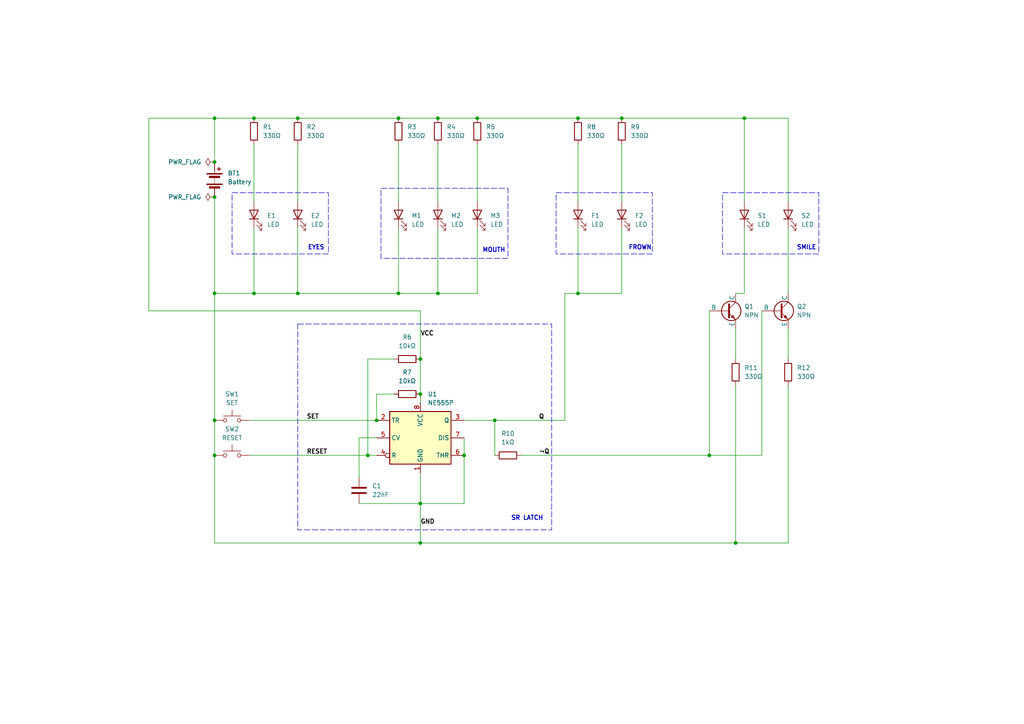
<source format=kicad_sch>
(kicad_sch
	(version 20250114)
	(generator "eeschema")
	(generator_version "9.0")
	(uuid "f2e579f3-9a0e-492e-aa3e-fd584c0ffc50")
	(paper "A4")
	(title_block
		(title "Smiley PCB")
		(date "2025-04-09")
		(comment 1 "No Code Required")
	)
	(lib_symbols
		(symbol "Device:Battery"
			(pin_numbers
				(hide yes)
			)
			(pin_names
				(offset 0)
				(hide yes)
			)
			(exclude_from_sim no)
			(in_bom yes)
			(on_board yes)
			(property "Reference" "BT"
				(at 2.54 2.54 0)
				(effects
					(font
						(size 1.27 1.27)
					)
					(justify left)
				)
			)
			(property "Value" "Battery"
				(at 2.54 0 0)
				(effects
					(font
						(size 1.27 1.27)
					)
					(justify left)
				)
			)
			(property "Footprint" ""
				(at 0 1.524 90)
				(effects
					(font
						(size 1.27 1.27)
					)
					(hide yes)
				)
			)
			(property "Datasheet" "~"
				(at 0 1.524 90)
				(effects
					(font
						(size 1.27 1.27)
					)
					(hide yes)
				)
			)
			(property "Description" "Multiple-cell battery"
				(at 0 0 0)
				(effects
					(font
						(size 1.27 1.27)
					)
					(hide yes)
				)
			)
			(property "ki_keywords" "batt voltage-source cell"
				(at 0 0 0)
				(effects
					(font
						(size 1.27 1.27)
					)
					(hide yes)
				)
			)
			(symbol "Battery_0_1"
				(rectangle
					(start -2.286 1.778)
					(end 2.286 1.524)
					(stroke
						(width 0)
						(type default)
					)
					(fill
						(type outline)
					)
				)
				(rectangle
					(start -2.286 -1.27)
					(end 2.286 -1.524)
					(stroke
						(width 0)
						(type default)
					)
					(fill
						(type outline)
					)
				)
				(rectangle
					(start -1.524 1.016)
					(end 1.524 0.508)
					(stroke
						(width 0)
						(type default)
					)
					(fill
						(type outline)
					)
				)
				(rectangle
					(start -1.524 -2.032)
					(end 1.524 -2.54)
					(stroke
						(width 0)
						(type default)
					)
					(fill
						(type outline)
					)
				)
				(polyline
					(pts
						(xy 0 1.778) (xy 0 2.54)
					)
					(stroke
						(width 0)
						(type default)
					)
					(fill
						(type none)
					)
				)
				(polyline
					(pts
						(xy 0 0) (xy 0 0.254)
					)
					(stroke
						(width 0)
						(type default)
					)
					(fill
						(type none)
					)
				)
				(polyline
					(pts
						(xy 0 -0.508) (xy 0 -0.254)
					)
					(stroke
						(width 0)
						(type default)
					)
					(fill
						(type none)
					)
				)
				(polyline
					(pts
						(xy 0 -1.016) (xy 0 -0.762)
					)
					(stroke
						(width 0)
						(type default)
					)
					(fill
						(type none)
					)
				)
				(polyline
					(pts
						(xy 0.762 3.048) (xy 1.778 3.048)
					)
					(stroke
						(width 0.254)
						(type default)
					)
					(fill
						(type none)
					)
				)
				(polyline
					(pts
						(xy 1.27 3.556) (xy 1.27 2.54)
					)
					(stroke
						(width 0.254)
						(type default)
					)
					(fill
						(type none)
					)
				)
			)
			(symbol "Battery_1_1"
				(pin passive line
					(at 0 5.08 270)
					(length 2.54)
					(name "+"
						(effects
							(font
								(size 1.27 1.27)
							)
						)
					)
					(number "1"
						(effects
							(font
								(size 1.27 1.27)
							)
						)
					)
				)
				(pin passive line
					(at 0 -5.08 90)
					(length 2.54)
					(name "-"
						(effects
							(font
								(size 1.27 1.27)
							)
						)
					)
					(number "2"
						(effects
							(font
								(size 1.27 1.27)
							)
						)
					)
				)
			)
			(embedded_fonts no)
		)
		(symbol "Device:C"
			(pin_numbers
				(hide yes)
			)
			(pin_names
				(offset 0.254)
			)
			(exclude_from_sim no)
			(in_bom yes)
			(on_board yes)
			(property "Reference" "C"
				(at 0.635 2.54 0)
				(effects
					(font
						(size 1.27 1.27)
					)
					(justify left)
				)
			)
			(property "Value" "C"
				(at 0.635 -2.54 0)
				(effects
					(font
						(size 1.27 1.27)
					)
					(justify left)
				)
			)
			(property "Footprint" ""
				(at 0.9652 -3.81 0)
				(effects
					(font
						(size 1.27 1.27)
					)
					(hide yes)
				)
			)
			(property "Datasheet" "~"
				(at 0 0 0)
				(effects
					(font
						(size 1.27 1.27)
					)
					(hide yes)
				)
			)
			(property "Description" "Unpolarized capacitor"
				(at 0 0 0)
				(effects
					(font
						(size 1.27 1.27)
					)
					(hide yes)
				)
			)
			(property "ki_keywords" "cap capacitor"
				(at 0 0 0)
				(effects
					(font
						(size 1.27 1.27)
					)
					(hide yes)
				)
			)
			(property "ki_fp_filters" "C_*"
				(at 0 0 0)
				(effects
					(font
						(size 1.27 1.27)
					)
					(hide yes)
				)
			)
			(symbol "C_0_1"
				(polyline
					(pts
						(xy -2.032 0.762) (xy 2.032 0.762)
					)
					(stroke
						(width 0.508)
						(type default)
					)
					(fill
						(type none)
					)
				)
				(polyline
					(pts
						(xy -2.032 -0.762) (xy 2.032 -0.762)
					)
					(stroke
						(width 0.508)
						(type default)
					)
					(fill
						(type none)
					)
				)
			)
			(symbol "C_1_1"
				(pin passive line
					(at 0 3.81 270)
					(length 2.794)
					(name "~"
						(effects
							(font
								(size 1.27 1.27)
							)
						)
					)
					(number "1"
						(effects
							(font
								(size 1.27 1.27)
							)
						)
					)
				)
				(pin passive line
					(at 0 -3.81 90)
					(length 2.794)
					(name "~"
						(effects
							(font
								(size 1.27 1.27)
							)
						)
					)
					(number "2"
						(effects
							(font
								(size 1.27 1.27)
							)
						)
					)
				)
			)
			(embedded_fonts no)
		)
		(symbol "Device:LED"
			(pin_numbers
				(hide yes)
			)
			(pin_names
				(offset 1.016)
				(hide yes)
			)
			(exclude_from_sim no)
			(in_bom yes)
			(on_board yes)
			(property "Reference" "D"
				(at 0 2.54 0)
				(effects
					(font
						(size 1.27 1.27)
					)
				)
			)
			(property "Value" "LED"
				(at 0 -2.54 0)
				(effects
					(font
						(size 1.27 1.27)
					)
				)
			)
			(property "Footprint" ""
				(at 0 0 0)
				(effects
					(font
						(size 1.27 1.27)
					)
					(hide yes)
				)
			)
			(property "Datasheet" "~"
				(at 0 0 0)
				(effects
					(font
						(size 1.27 1.27)
					)
					(hide yes)
				)
			)
			(property "Description" "Light emitting diode"
				(at 0 0 0)
				(effects
					(font
						(size 1.27 1.27)
					)
					(hide yes)
				)
			)
			(property "Sim.Pins" "1=K 2=A"
				(at 0 0 0)
				(effects
					(font
						(size 1.27 1.27)
					)
					(hide yes)
				)
			)
			(property "ki_keywords" "LED diode"
				(at 0 0 0)
				(effects
					(font
						(size 1.27 1.27)
					)
					(hide yes)
				)
			)
			(property "ki_fp_filters" "LED* LED_SMD:* LED_THT:*"
				(at 0 0 0)
				(effects
					(font
						(size 1.27 1.27)
					)
					(hide yes)
				)
			)
			(symbol "LED_0_1"
				(polyline
					(pts
						(xy -3.048 -0.762) (xy -4.572 -2.286) (xy -3.81 -2.286) (xy -4.572 -2.286) (xy -4.572 -1.524)
					)
					(stroke
						(width 0)
						(type default)
					)
					(fill
						(type none)
					)
				)
				(polyline
					(pts
						(xy -1.778 -0.762) (xy -3.302 -2.286) (xy -2.54 -2.286) (xy -3.302 -2.286) (xy -3.302 -1.524)
					)
					(stroke
						(width 0)
						(type default)
					)
					(fill
						(type none)
					)
				)
				(polyline
					(pts
						(xy -1.27 0) (xy 1.27 0)
					)
					(stroke
						(width 0)
						(type default)
					)
					(fill
						(type none)
					)
				)
				(polyline
					(pts
						(xy -1.27 -1.27) (xy -1.27 1.27)
					)
					(stroke
						(width 0.254)
						(type default)
					)
					(fill
						(type none)
					)
				)
				(polyline
					(pts
						(xy 1.27 -1.27) (xy 1.27 1.27) (xy -1.27 0) (xy 1.27 -1.27)
					)
					(stroke
						(width 0.254)
						(type default)
					)
					(fill
						(type none)
					)
				)
			)
			(symbol "LED_1_1"
				(pin passive line
					(at -3.81 0 0)
					(length 2.54)
					(name "K"
						(effects
							(font
								(size 1.27 1.27)
							)
						)
					)
					(number "1"
						(effects
							(font
								(size 1.27 1.27)
							)
						)
					)
				)
				(pin passive line
					(at 3.81 0 180)
					(length 2.54)
					(name "A"
						(effects
							(font
								(size 1.27 1.27)
							)
						)
					)
					(number "2"
						(effects
							(font
								(size 1.27 1.27)
							)
						)
					)
				)
			)
			(embedded_fonts no)
		)
		(symbol "Device:R"
			(pin_numbers
				(hide yes)
			)
			(pin_names
				(offset 0)
			)
			(exclude_from_sim no)
			(in_bom yes)
			(on_board yes)
			(property "Reference" "R"
				(at 2.032 0 90)
				(effects
					(font
						(size 1.27 1.27)
					)
				)
			)
			(property "Value" "R"
				(at 0 0 90)
				(effects
					(font
						(size 1.27 1.27)
					)
				)
			)
			(property "Footprint" ""
				(at -1.778 0 90)
				(effects
					(font
						(size 1.27 1.27)
					)
					(hide yes)
				)
			)
			(property "Datasheet" "~"
				(at 0 0 0)
				(effects
					(font
						(size 1.27 1.27)
					)
					(hide yes)
				)
			)
			(property "Description" "Resistor"
				(at 0 0 0)
				(effects
					(font
						(size 1.27 1.27)
					)
					(hide yes)
				)
			)
			(property "ki_keywords" "R res resistor"
				(at 0 0 0)
				(effects
					(font
						(size 1.27 1.27)
					)
					(hide yes)
				)
			)
			(property "ki_fp_filters" "R_*"
				(at 0 0 0)
				(effects
					(font
						(size 1.27 1.27)
					)
					(hide yes)
				)
			)
			(symbol "R_0_1"
				(rectangle
					(start -1.016 -2.54)
					(end 1.016 2.54)
					(stroke
						(width 0.254)
						(type default)
					)
					(fill
						(type none)
					)
				)
			)
			(symbol "R_1_1"
				(pin passive line
					(at 0 3.81 270)
					(length 1.27)
					(name "~"
						(effects
							(font
								(size 1.27 1.27)
							)
						)
					)
					(number "1"
						(effects
							(font
								(size 1.27 1.27)
							)
						)
					)
				)
				(pin passive line
					(at 0 -3.81 90)
					(length 1.27)
					(name "~"
						(effects
							(font
								(size 1.27 1.27)
							)
						)
					)
					(number "2"
						(effects
							(font
								(size 1.27 1.27)
							)
						)
					)
				)
			)
			(embedded_fonts no)
		)
		(symbol "NPN_1"
			(pin_numbers
				(hide yes)
			)
			(pin_names
				(offset 0)
			)
			(exclude_from_sim no)
			(in_bom yes)
			(on_board yes)
			(property "Reference" "Q"
				(at -2.54 7.62 0)
				(effects
					(font
						(size 1.27 1.27)
					)
				)
			)
			(property "Value" "NPN"
				(at -2.54 5.08 0)
				(effects
					(font
						(size 1.27 1.27)
					)
				)
			)
			(property "Footprint" ""
				(at 63.5 0 0)
				(effects
					(font
						(size 1.27 1.27)
					)
					(hide yes)
				)
			)
			(property "Datasheet" "https://ngspice.sourceforge.io/docs/ngspice-html-manual/manual.xhtml#cha_BJTs"
				(at 63.5 0 0)
				(effects
					(font
						(size 1.27 1.27)
					)
					(hide yes)
				)
			)
			(property "Description" "Bipolar transistor symbol for simulation only, substrate tied to the emitter"
				(at 0 0 0)
				(effects
					(font
						(size 1.27 1.27)
					)
					(hide yes)
				)
			)
			(property "Sim.Device" "NPN"
				(at 0 0 0)
				(effects
					(font
						(size 1.27 1.27)
					)
					(hide yes)
				)
			)
			(property "Sim.Type" "GUMMELPOON"
				(at 0 0 0)
				(effects
					(font
						(size 1.27 1.27)
					)
					(hide yes)
				)
			)
			(property "Sim.Pins" "1=C 2=B 3=E"
				(at 0 0 0)
				(effects
					(font
						(size 1.27 1.27)
					)
					(hide yes)
				)
			)
			(property "ki_keywords" "simulation"
				(at 0 0 0)
				(effects
					(font
						(size 1.27 1.27)
					)
					(hide yes)
				)
			)
			(symbol "NPN_1_0_1"
				(polyline
					(pts
						(xy -2.54 0) (xy 0.635 0)
					)
					(stroke
						(width 0.1524)
						(type default)
					)
					(fill
						(type none)
					)
				)
				(polyline
					(pts
						(xy 0.635 1.905) (xy 0.635 -1.905) (xy 0.635 -1.905)
					)
					(stroke
						(width 0.508)
						(type default)
					)
					(fill
						(type none)
					)
				)
				(polyline
					(pts
						(xy 0.635 0.635) (xy 2.54 2.54)
					)
					(stroke
						(width 0)
						(type default)
					)
					(fill
						(type none)
					)
				)
				(polyline
					(pts
						(xy 0.635 -0.635) (xy 2.54 -2.54) (xy 2.54 -2.54)
					)
					(stroke
						(width 0)
						(type default)
					)
					(fill
						(type none)
					)
				)
				(circle
					(center 1.27 0)
					(radius 2.8194)
					(stroke
						(width 0.254)
						(type default)
					)
					(fill
						(type none)
					)
				)
				(polyline
					(pts
						(xy 1.27 -1.778) (xy 1.778 -1.27) (xy 2.286 -2.286) (xy 1.27 -1.778) (xy 1.27 -1.778)
					)
					(stroke
						(width 0)
						(type default)
					)
					(fill
						(type outline)
					)
				)
				(polyline
					(pts
						(xy 2.794 -1.27) (xy 2.794 -1.27)
					)
					(stroke
						(width 0.1524)
						(type default)
					)
					(fill
						(type none)
					)
				)
				(polyline
					(pts
						(xy 2.794 -1.27) (xy 2.794 -1.27)
					)
					(stroke
						(width 0.1524)
						(type default)
					)
					(fill
						(type none)
					)
				)
			)
			(symbol "NPN_1_1_1"
				(pin input line
					(at -5.08 0 0)
					(length 2.54)
					(name "B"
						(effects
							(font
								(size 1.27 1.27)
							)
						)
					)
					(number "2"
						(effects
							(font
								(size 1.27 1.27)
							)
						)
					)
				)
				(pin open_collector line
					(at 2.54 5.08 270)
					(length 2.54)
					(name "C"
						(effects
							(font
								(size 1.27 1.27)
							)
						)
					)
					(number "1"
						(effects
							(font
								(size 1.27 1.27)
							)
						)
					)
				)
				(pin open_emitter line
					(at 2.54 -5.08 90)
					(length 2.54)
					(name "E"
						(effects
							(font
								(size 1.27 1.27)
							)
						)
					)
					(number "3"
						(effects
							(font
								(size 1.27 1.27)
							)
						)
					)
				)
			)
			(embedded_fonts no)
		)
		(symbol "Simulation_SPICE:NPN"
			(pin_numbers
				(hide yes)
			)
			(pin_names
				(offset 0)
			)
			(exclude_from_sim no)
			(in_bom yes)
			(on_board yes)
			(property "Reference" "Q"
				(at -2.54 7.62 0)
				(effects
					(font
						(size 1.27 1.27)
					)
				)
			)
			(property "Value" "NPN"
				(at -2.54 5.08 0)
				(effects
					(font
						(size 1.27 1.27)
					)
				)
			)
			(property "Footprint" ""
				(at 63.5 0 0)
				(effects
					(font
						(size 1.27 1.27)
					)
					(hide yes)
				)
			)
			(property "Datasheet" "https://ngspice.sourceforge.io/docs/ngspice-html-manual/manual.xhtml#cha_BJTs"
				(at 63.5 0 0)
				(effects
					(font
						(size 1.27 1.27)
					)
					(hide yes)
				)
			)
			(property "Description" "Bipolar transistor symbol for simulation only, substrate tied to the emitter"
				(at 0 0 0)
				(effects
					(font
						(size 1.27 1.27)
					)
					(hide yes)
				)
			)
			(property "Sim.Device" "NPN"
				(at 0 0 0)
				(effects
					(font
						(size 1.27 1.27)
					)
					(hide yes)
				)
			)
			(property "Sim.Type" "GUMMELPOON"
				(at 0 0 0)
				(effects
					(font
						(size 1.27 1.27)
					)
					(hide yes)
				)
			)
			(property "Sim.Pins" "1=C 2=B 3=E"
				(at 0 0 0)
				(effects
					(font
						(size 1.27 1.27)
					)
					(hide yes)
				)
			)
			(property "ki_keywords" "simulation"
				(at 0 0 0)
				(effects
					(font
						(size 1.27 1.27)
					)
					(hide yes)
				)
			)
			(symbol "NPN_0_1"
				(polyline
					(pts
						(xy -2.54 0) (xy 0.635 0)
					)
					(stroke
						(width 0.1524)
						(type default)
					)
					(fill
						(type none)
					)
				)
				(polyline
					(pts
						(xy 0.635 1.905) (xy 0.635 -1.905) (xy 0.635 -1.905)
					)
					(stroke
						(width 0.508)
						(type default)
					)
					(fill
						(type none)
					)
				)
				(polyline
					(pts
						(xy 0.635 0.635) (xy 2.54 2.54)
					)
					(stroke
						(width 0)
						(type default)
					)
					(fill
						(type none)
					)
				)
				(polyline
					(pts
						(xy 0.635 -0.635) (xy 2.54 -2.54) (xy 2.54 -2.54)
					)
					(stroke
						(width 0)
						(type default)
					)
					(fill
						(type none)
					)
				)
				(circle
					(center 1.27 0)
					(radius 2.8194)
					(stroke
						(width 0.254)
						(type default)
					)
					(fill
						(type none)
					)
				)
				(polyline
					(pts
						(xy 1.27 -1.778) (xy 1.778 -1.27) (xy 2.286 -2.286) (xy 1.27 -1.778) (xy 1.27 -1.778)
					)
					(stroke
						(width 0)
						(type default)
					)
					(fill
						(type outline)
					)
				)
				(polyline
					(pts
						(xy 2.794 -1.27) (xy 2.794 -1.27)
					)
					(stroke
						(width 0.1524)
						(type default)
					)
					(fill
						(type none)
					)
				)
				(polyline
					(pts
						(xy 2.794 -1.27) (xy 2.794 -1.27)
					)
					(stroke
						(width 0.1524)
						(type default)
					)
					(fill
						(type none)
					)
				)
			)
			(symbol "NPN_1_1"
				(pin input line
					(at -5.08 0 0)
					(length 2.54)
					(name "B"
						(effects
							(font
								(size 1.27 1.27)
							)
						)
					)
					(number "2"
						(effects
							(font
								(size 1.27 1.27)
							)
						)
					)
				)
				(pin open_collector line
					(at 2.54 5.08 270)
					(length 2.54)
					(name "C"
						(effects
							(font
								(size 1.27 1.27)
							)
						)
					)
					(number "1"
						(effects
							(font
								(size 1.27 1.27)
							)
						)
					)
				)
				(pin open_emitter line
					(at 2.54 -5.08 90)
					(length 2.54)
					(name "E"
						(effects
							(font
								(size 1.27 1.27)
							)
						)
					)
					(number "3"
						(effects
							(font
								(size 1.27 1.27)
							)
						)
					)
				)
			)
			(embedded_fonts no)
		)
		(symbol "Switch:SW_Push"
			(pin_numbers
				(hide yes)
			)
			(pin_names
				(offset 1.016)
				(hide yes)
			)
			(exclude_from_sim no)
			(in_bom yes)
			(on_board yes)
			(property "Reference" "SW"
				(at 1.27 2.54 0)
				(effects
					(font
						(size 1.27 1.27)
					)
					(justify left)
				)
			)
			(property "Value" "SW_Push"
				(at 0 -1.524 0)
				(effects
					(font
						(size 1.27 1.27)
					)
				)
			)
			(property "Footprint" ""
				(at 0 5.08 0)
				(effects
					(font
						(size 1.27 1.27)
					)
					(hide yes)
				)
			)
			(property "Datasheet" "~"
				(at 0 5.08 0)
				(effects
					(font
						(size 1.27 1.27)
					)
					(hide yes)
				)
			)
			(property "Description" "Push button switch, generic, two pins"
				(at 0 0 0)
				(effects
					(font
						(size 1.27 1.27)
					)
					(hide yes)
				)
			)
			(property "ki_keywords" "switch normally-open pushbutton push-button"
				(at 0 0 0)
				(effects
					(font
						(size 1.27 1.27)
					)
					(hide yes)
				)
			)
			(symbol "SW_Push_0_1"
				(circle
					(center -2.032 0)
					(radius 0.508)
					(stroke
						(width 0)
						(type default)
					)
					(fill
						(type none)
					)
				)
				(polyline
					(pts
						(xy 0 1.27) (xy 0 3.048)
					)
					(stroke
						(width 0)
						(type default)
					)
					(fill
						(type none)
					)
				)
				(circle
					(center 2.032 0)
					(radius 0.508)
					(stroke
						(width 0)
						(type default)
					)
					(fill
						(type none)
					)
				)
				(polyline
					(pts
						(xy 2.54 1.27) (xy -2.54 1.27)
					)
					(stroke
						(width 0)
						(type default)
					)
					(fill
						(type none)
					)
				)
				(pin passive line
					(at -5.08 0 0)
					(length 2.54)
					(name "1"
						(effects
							(font
								(size 1.27 1.27)
							)
						)
					)
					(number "1"
						(effects
							(font
								(size 1.27 1.27)
							)
						)
					)
				)
				(pin passive line
					(at 5.08 0 180)
					(length 2.54)
					(name "2"
						(effects
							(font
								(size 1.27 1.27)
							)
						)
					)
					(number "2"
						(effects
							(font
								(size 1.27 1.27)
							)
						)
					)
				)
			)
			(embedded_fonts no)
		)
		(symbol "Timer:NE555P"
			(exclude_from_sim no)
			(in_bom yes)
			(on_board yes)
			(property "Reference" "U"
				(at -10.16 8.89 0)
				(effects
					(font
						(size 1.27 1.27)
					)
					(justify left)
				)
			)
			(property "Value" "NE555P"
				(at 2.54 8.89 0)
				(effects
					(font
						(size 1.27 1.27)
					)
					(justify left)
				)
			)
			(property "Footprint" "Package_DIP:DIP-8_W7.62mm"
				(at 16.51 -10.16 0)
				(effects
					(font
						(size 1.27 1.27)
					)
					(hide yes)
				)
			)
			(property "Datasheet" "http://www.ti.com/lit/ds/symlink/ne555.pdf"
				(at 21.59 -10.16 0)
				(effects
					(font
						(size 1.27 1.27)
					)
					(hide yes)
				)
			)
			(property "Description" "Precision Timers, 555 compatible,  PDIP-8"
				(at 0 0 0)
				(effects
					(font
						(size 1.27 1.27)
					)
					(hide yes)
				)
			)
			(property "ki_keywords" "single timer 555"
				(at 0 0 0)
				(effects
					(font
						(size 1.27 1.27)
					)
					(hide yes)
				)
			)
			(property "ki_fp_filters" "DIP*W7.62mm*"
				(at 0 0 0)
				(effects
					(font
						(size 1.27 1.27)
					)
					(hide yes)
				)
			)
			(symbol "NE555P_0_0"
				(pin power_in line
					(at 0 10.16 270)
					(length 2.54)
					(name "VCC"
						(effects
							(font
								(size 1.27 1.27)
							)
						)
					)
					(number "8"
						(effects
							(font
								(size 1.27 1.27)
							)
						)
					)
				)
				(pin power_in line
					(at 0 -10.16 90)
					(length 2.54)
					(name "GND"
						(effects
							(font
								(size 1.27 1.27)
							)
						)
					)
					(number "1"
						(effects
							(font
								(size 1.27 1.27)
							)
						)
					)
				)
			)
			(symbol "NE555P_0_1"
				(rectangle
					(start -8.89 -7.62)
					(end 8.89 7.62)
					(stroke
						(width 0.254)
						(type default)
					)
					(fill
						(type background)
					)
				)
				(rectangle
					(start -8.89 -7.62)
					(end 8.89 7.62)
					(stroke
						(width 0.254)
						(type default)
					)
					(fill
						(type background)
					)
				)
			)
			(symbol "NE555P_1_1"
				(pin input line
					(at -12.7 5.08 0)
					(length 3.81)
					(name "TR"
						(effects
							(font
								(size 1.27 1.27)
							)
						)
					)
					(number "2"
						(effects
							(font
								(size 1.27 1.27)
							)
						)
					)
				)
				(pin input line
					(at -12.7 0 0)
					(length 3.81)
					(name "CV"
						(effects
							(font
								(size 1.27 1.27)
							)
						)
					)
					(number "5"
						(effects
							(font
								(size 1.27 1.27)
							)
						)
					)
				)
				(pin input inverted
					(at -12.7 -5.08 0)
					(length 3.81)
					(name "R"
						(effects
							(font
								(size 1.27 1.27)
							)
						)
					)
					(number "4"
						(effects
							(font
								(size 1.27 1.27)
							)
						)
					)
				)
				(pin output line
					(at 12.7 5.08 180)
					(length 3.81)
					(name "Q"
						(effects
							(font
								(size 1.27 1.27)
							)
						)
					)
					(number "3"
						(effects
							(font
								(size 1.27 1.27)
							)
						)
					)
				)
				(pin input line
					(at 12.7 0 180)
					(length 3.81)
					(name "DIS"
						(effects
							(font
								(size 1.27 1.27)
							)
						)
					)
					(number "7"
						(effects
							(font
								(size 1.27 1.27)
							)
						)
					)
				)
				(pin input line
					(at 12.7 -5.08 180)
					(length 3.81)
					(name "THR"
						(effects
							(font
								(size 1.27 1.27)
							)
						)
					)
					(number "6"
						(effects
							(font
								(size 1.27 1.27)
							)
						)
					)
				)
			)
			(embedded_fonts no)
		)
		(symbol "power:PWR_FLAG"
			(power)
			(pin_numbers
				(hide yes)
			)
			(pin_names
				(offset 0)
				(hide yes)
			)
			(exclude_from_sim no)
			(in_bom yes)
			(on_board yes)
			(property "Reference" "#FLG"
				(at 0 1.905 0)
				(effects
					(font
						(size 1.27 1.27)
					)
					(hide yes)
				)
			)
			(property "Value" "PWR_FLAG"
				(at 0 3.81 0)
				(effects
					(font
						(size 1.27 1.27)
					)
				)
			)
			(property "Footprint" ""
				(at 0 0 0)
				(effects
					(font
						(size 1.27 1.27)
					)
					(hide yes)
				)
			)
			(property "Datasheet" "~"
				(at 0 0 0)
				(effects
					(font
						(size 1.27 1.27)
					)
					(hide yes)
				)
			)
			(property "Description" "Special symbol for telling ERC where power comes from"
				(at 0 0 0)
				(effects
					(font
						(size 1.27 1.27)
					)
					(hide yes)
				)
			)
			(property "ki_keywords" "flag power"
				(at 0 0 0)
				(effects
					(font
						(size 1.27 1.27)
					)
					(hide yes)
				)
			)
			(symbol "PWR_FLAG_0_0"
				(pin power_out line
					(at 0 0 90)
					(length 0)
					(name "~"
						(effects
							(font
								(size 1.27 1.27)
							)
						)
					)
					(number "1"
						(effects
							(font
								(size 1.27 1.27)
							)
						)
					)
				)
			)
			(symbol "PWR_FLAG_0_1"
				(polyline
					(pts
						(xy 0 0) (xy 0 1.27) (xy -1.016 1.905) (xy 0 2.54) (xy 1.016 1.905) (xy 0 1.27)
					)
					(stroke
						(width 0)
						(type default)
					)
					(fill
						(type none)
					)
				)
			)
			(embedded_fonts no)
		)
	)
	(rectangle
		(start 161.29 55.88)
		(end 189.23 73.66)
		(stroke
			(width 0)
			(type dash)
		)
		(fill
			(type none)
		)
		(uuid 267603f1-f574-44a8-ac5c-d85cd930a9b4)
	)
	(rectangle
		(start 209.55 55.88)
		(end 237.49 73.66)
		(stroke
			(width 0)
			(type dash)
		)
		(fill
			(type none)
		)
		(uuid 77c68ea5-2666-425f-b36b-fccdba2538a1)
	)
	(rectangle
		(start 86.36 93.98)
		(end 160.02 153.67)
		(stroke
			(width 0)
			(type dash)
		)
		(fill
			(type none)
		)
		(uuid 7f5677da-58ca-49ab-8781-ed92882f3411)
	)
	(rectangle
		(start 67.31 55.88)
		(end 95.25 73.66)
		(stroke
			(width 0)
			(type dash)
		)
		(fill
			(type none)
		)
		(uuid 910b5cd4-0367-4b03-9737-27d1d6ff0444)
	)
	(rectangle
		(start 110.49 54.61)
		(end 147.32 74.93)
		(stroke
			(width 0)
			(type dash)
		)
		(fill
			(type none)
		)
		(uuid e18f7604-3c68-4492-96ef-9aa8c3f0887e)
	)
	(text "EYES"
		(exclude_from_sim no)
		(at 91.694 71.882 0)
		(effects
			(font
				(size 1.27 1.27)
				(thickness 0.254)
				(bold yes)
			)
		)
		(uuid "7783021f-dc23-405a-9fc0-7cd58d7bf6c7")
	)
	(text "SMILE"
		(exclude_from_sim no)
		(at 233.934 71.882 0)
		(effects
			(font
				(size 1.27 1.27)
				(thickness 0.254)
				(bold yes)
			)
		)
		(uuid "8256a5c0-3a31-41bf-a364-9a0014e1618d")
	)
	(text "FROWN"
		(exclude_from_sim no)
		(at 185.674 71.882 0)
		(effects
			(font
				(size 1.27 1.27)
				(thickness 0.254)
				(bold yes)
			)
		)
		(uuid "95d2987d-eb56-47fe-9c62-81529d1d489d")
	)
	(text "SR LATCH"
		(exclude_from_sim no)
		(at 152.908 150.368 0)
		(effects
			(font
				(size 1.27 1.27)
				(thickness 0.254)
				(bold yes)
			)
		)
		(uuid "b37a45d6-efe1-4f5d-abc5-d7e26a58c13b")
	)
	(text "MOUTH"
		(exclude_from_sim no)
		(at 143.256 72.644 0)
		(effects
			(font
				(size 1.27 1.27)
				(thickness 0.254)
				(bold yes)
			)
		)
		(uuid "bd818ae8-41ab-47c5-98d3-0f77178ad40e")
	)
	(junction
		(at 121.92 114.3)
		(diameter 0)
		(color 0 0 0 0)
		(uuid "118ffb3d-ec92-49bb-9f8f-533d28a4311f")
	)
	(junction
		(at 86.36 85.09)
		(diameter 0)
		(color 0 0 0 0)
		(uuid "11a2da79-f3dc-4b5b-9a65-1c1cb3cb6cfa")
	)
	(junction
		(at 134.62 132.08)
		(diameter 0)
		(color 0 0 0 0)
		(uuid "1233d2d2-07b8-4541-9e30-880d78e7418a")
	)
	(junction
		(at 62.23 46.99)
		(diameter 0)
		(color 0 0 0 0)
		(uuid "1d64ba28-ee0a-4015-b4d6-efb485eda635")
	)
	(junction
		(at 73.66 34.29)
		(diameter 0)
		(color 0 0 0 0)
		(uuid "1f9dcb1c-6156-467f-9465-5c9c77bfacda")
	)
	(junction
		(at 213.36 157.48)
		(diameter 0)
		(color 0 0 0 0)
		(uuid "20a3785e-8836-42b3-af87-675a7fc42d59")
	)
	(junction
		(at 115.57 85.09)
		(diameter 0)
		(color 0 0 0 0)
		(uuid "2c6a1cd7-58ea-46fc-9864-8f3ea3c6c23c")
	)
	(junction
		(at 86.36 34.29)
		(diameter 0)
		(color 0 0 0 0)
		(uuid "33b9ea3d-7baf-4a53-8769-37807e5780c0")
	)
	(junction
		(at 62.23 85.09)
		(diameter 0)
		(color 0 0 0 0)
		(uuid "467d70be-6a2c-44b3-93ed-57de608134cb")
	)
	(junction
		(at 167.64 34.29)
		(diameter 0)
		(color 0 0 0 0)
		(uuid "4a332911-71ba-4874-91d5-0d12eb138531")
	)
	(junction
		(at 109.22 121.92)
		(diameter 0)
		(color 0 0 0 0)
		(uuid "4c61454c-58ac-4832-a0e1-b5e5a703a421")
	)
	(junction
		(at 205.74 132.08)
		(diameter 0)
		(color 0 0 0 0)
		(uuid "538db1a9-c1f6-4bc1-898b-4ef0473b909f")
	)
	(junction
		(at 121.92 104.14)
		(diameter 0)
		(color 0 0 0 0)
		(uuid "56428288-016b-4039-a465-57c3aa67d746")
	)
	(junction
		(at 215.9 34.29)
		(diameter 0)
		(color 0 0 0 0)
		(uuid "56b8ab45-efec-4397-b8e4-ed84efbcef08")
	)
	(junction
		(at 62.23 121.92)
		(diameter 0)
		(color 0 0 0 0)
		(uuid "63e41d85-f9c2-4d69-a728-7b97faaa0138")
	)
	(junction
		(at 115.57 34.29)
		(diameter 0)
		(color 0 0 0 0)
		(uuid "6bbf73a3-57c8-433d-9b30-00d680334e92")
	)
	(junction
		(at 106.68 132.08)
		(diameter 0)
		(color 0 0 0 0)
		(uuid "705efdd5-8df5-4c77-8383-dcbf6aeb3dce")
	)
	(junction
		(at 167.64 85.09)
		(diameter 0)
		(color 0 0 0 0)
		(uuid "721c8a05-f0ff-44f4-8d42-67407d48dfa8")
	)
	(junction
		(at 138.43 34.29)
		(diameter 0)
		(color 0 0 0 0)
		(uuid "74f53cf6-f4e6-4745-913c-e5d1d172d58c")
	)
	(junction
		(at 121.92 157.48)
		(diameter 0)
		(color 0 0 0 0)
		(uuid "7fa905fe-6cb1-4793-babe-72bfd3499aa9")
	)
	(junction
		(at 62.23 57.15)
		(diameter 0)
		(color 0 0 0 0)
		(uuid "834d25e8-f996-40c3-a14a-787b2ca4b9ee")
	)
	(junction
		(at 127 85.09)
		(diameter 0)
		(color 0 0 0 0)
		(uuid "8ddb4c92-203c-4b3d-b0db-266850441ad1")
	)
	(junction
		(at 73.66 85.09)
		(diameter 0)
		(color 0 0 0 0)
		(uuid "93cc9413-1672-4db4-8664-62e1a109813b")
	)
	(junction
		(at 62.23 34.29)
		(diameter 0)
		(color 0 0 0 0)
		(uuid "b7fe5139-6711-43b0-ab15-aa90b0928edf")
	)
	(junction
		(at 62.23 132.08)
		(diameter 0)
		(color 0 0 0 0)
		(uuid "dccbbef0-e54e-458a-846e-9177d891c228")
	)
	(junction
		(at 121.92 146.05)
		(diameter 0)
		(color 0 0 0 0)
		(uuid "e9ac09ca-7a1d-4347-963f-95b61f866ba0")
	)
	(junction
		(at 180.34 34.29)
		(diameter 0)
		(color 0 0 0 0)
		(uuid "f10aa406-73f5-46b4-9f59-b3d08e6e8381")
	)
	(junction
		(at 143.51 121.92)
		(diameter 0)
		(color 0 0 0 0)
		(uuid "f3c8f870-4e0f-442f-882f-0965bfba2295")
	)
	(junction
		(at 127 34.29)
		(diameter 0)
		(color 0 0 0 0)
		(uuid "f6ae62a6-5418-468e-bb3f-25ddb712b6dd")
	)
	(wire
		(pts
			(xy 121.92 104.14) (xy 121.92 90.17)
		)
		(stroke
			(width 0)
			(type default)
		)
		(uuid "01e0a3b2-57d5-4421-a788-6dea5bedd397")
	)
	(wire
		(pts
			(xy 228.6 111.76) (xy 228.6 157.48)
		)
		(stroke
			(width 0)
			(type default)
		)
		(uuid "0565f48a-dacc-4236-a88d-0dcba4f99c09")
	)
	(wire
		(pts
			(xy 73.66 34.29) (xy 86.36 34.29)
		)
		(stroke
			(width 0)
			(type default)
		)
		(uuid "07bac63b-3eb0-44ff-a8c0-13cf7f75d9cc")
	)
	(wire
		(pts
			(xy 106.68 132.08) (xy 106.68 104.14)
		)
		(stroke
			(width 0)
			(type default)
		)
		(uuid "084a259f-6122-44c5-9676-8839d64e5a33")
	)
	(wire
		(pts
			(xy 121.92 116.84) (xy 121.92 114.3)
		)
		(stroke
			(width 0)
			(type default)
		)
		(uuid "0c7e583d-a24f-4265-a1b1-716bfb05f204")
	)
	(wire
		(pts
			(xy 121.92 157.48) (xy 62.23 157.48)
		)
		(stroke
			(width 0)
			(type default)
		)
		(uuid "0d3ad6d3-5d42-4aaf-8f48-7a1e54ddeec9")
	)
	(wire
		(pts
			(xy 213.36 157.48) (xy 121.92 157.48)
		)
		(stroke
			(width 0)
			(type default)
		)
		(uuid "0f422bc7-c7c6-434a-aae1-c5f66b25250a")
	)
	(wire
		(pts
			(xy 127 34.29) (xy 138.43 34.29)
		)
		(stroke
			(width 0)
			(type default)
		)
		(uuid "1d7bd9e1-9393-4e0e-b138-96d115a63be5")
	)
	(wire
		(pts
			(xy 115.57 85.09) (xy 127 85.09)
		)
		(stroke
			(width 0)
			(type default)
		)
		(uuid "221d73e4-f4cc-4052-b518-8c71de29c813")
	)
	(wire
		(pts
			(xy 62.23 157.48) (xy 62.23 132.08)
		)
		(stroke
			(width 0)
			(type default)
		)
		(uuid "236d793d-9288-42f6-817a-a96cda9cf3dc")
	)
	(wire
		(pts
			(xy 167.64 34.29) (xy 180.34 34.29)
		)
		(stroke
			(width 0)
			(type default)
		)
		(uuid "23e7d007-1577-4cbb-b0e4-e5e8aab9994e")
	)
	(wire
		(pts
			(xy 180.34 41.91) (xy 180.34 58.42)
		)
		(stroke
			(width 0)
			(type default)
		)
		(uuid "245f2cb6-ff78-49b7-828d-5ca06bc7dd88")
	)
	(wire
		(pts
			(xy 62.23 46.99) (xy 62.23 34.29)
		)
		(stroke
			(width 0)
			(type default)
		)
		(uuid "275404c7-c7fc-4973-9204-fca68ae80117")
	)
	(wire
		(pts
			(xy 228.6 66.04) (xy 228.6 85.09)
		)
		(stroke
			(width 0)
			(type default)
		)
		(uuid "2761fea2-fe49-48ba-987e-664c02c4088a")
	)
	(wire
		(pts
			(xy 205.74 90.17) (xy 205.74 132.08)
		)
		(stroke
			(width 0)
			(type default)
		)
		(uuid "2c317815-dc2e-487b-b1d4-851e589051b4")
	)
	(wire
		(pts
			(xy 73.66 66.04) (xy 73.66 85.09)
		)
		(stroke
			(width 0)
			(type default)
		)
		(uuid "30a81d3e-3cb6-45ec-9bde-e2a31fd01517")
	)
	(wire
		(pts
			(xy 106.68 104.14) (xy 114.3 104.14)
		)
		(stroke
			(width 0)
			(type default)
		)
		(uuid "31d067a8-3645-4851-b964-46c7132e3378")
	)
	(wire
		(pts
			(xy 215.9 34.29) (xy 215.9 58.42)
		)
		(stroke
			(width 0)
			(type default)
		)
		(uuid "36c41981-0225-40fc-9b96-c07018d52e1a")
	)
	(wire
		(pts
			(xy 127 66.04) (xy 127 85.09)
		)
		(stroke
			(width 0)
			(type default)
		)
		(uuid "399796f8-1011-489e-928f-558bc76d9c34")
	)
	(wire
		(pts
			(xy 180.34 66.04) (xy 180.34 85.09)
		)
		(stroke
			(width 0)
			(type default)
		)
		(uuid "3a16d104-7e48-473d-b344-1b0acbd95ea5")
	)
	(wire
		(pts
			(xy 215.9 66.04) (xy 215.9 85.09)
		)
		(stroke
			(width 0)
			(type default)
		)
		(uuid "3db2a98f-d8a0-4835-989c-fc9bc0fcfa22")
	)
	(wire
		(pts
			(xy 228.6 34.29) (xy 228.6 58.42)
		)
		(stroke
			(width 0)
			(type default)
		)
		(uuid "4163e273-1e7c-4910-8db9-29477bcbb931")
	)
	(wire
		(pts
			(xy 109.22 121.92) (xy 109.22 114.3)
		)
		(stroke
			(width 0)
			(type default)
		)
		(uuid "432c534b-a372-4363-9765-0968bad812b6")
	)
	(wire
		(pts
			(xy 138.43 41.91) (xy 138.43 58.42)
		)
		(stroke
			(width 0)
			(type default)
		)
		(uuid "493d21a1-c018-4220-b44b-9ff0f8a6b627")
	)
	(wire
		(pts
			(xy 104.14 127) (xy 104.14 138.43)
		)
		(stroke
			(width 0)
			(type default)
		)
		(uuid "4d269323-0e97-4b6e-9783-152ecbd6ef86")
	)
	(wire
		(pts
			(xy 213.36 111.76) (xy 213.36 157.48)
		)
		(stroke
			(width 0)
			(type default)
		)
		(uuid "4e5ac7a2-e317-4f71-a7d7-1ed39324aa96")
	)
	(wire
		(pts
			(xy 62.23 85.09) (xy 73.66 85.09)
		)
		(stroke
			(width 0)
			(type default)
		)
		(uuid "4e9a6177-6f9b-453c-bd66-470309b3ce94")
	)
	(wire
		(pts
			(xy 215.9 34.29) (xy 180.34 34.29)
		)
		(stroke
			(width 0)
			(type default)
		)
		(uuid "5a655733-31e8-420c-8a78-710b6cff17b3")
	)
	(wire
		(pts
			(xy 62.23 34.29) (xy 73.66 34.29)
		)
		(stroke
			(width 0)
			(type default)
		)
		(uuid "5e128889-a27a-4d6d-b55e-89d3f852ea37")
	)
	(wire
		(pts
			(xy 134.62 127) (xy 134.62 132.08)
		)
		(stroke
			(width 0)
			(type default)
		)
		(uuid "619e6310-1f2f-47a5-8fa1-ba89f3d048ae")
	)
	(wire
		(pts
			(xy 127 41.91) (xy 127 58.42)
		)
		(stroke
			(width 0)
			(type default)
		)
		(uuid "6217c87e-35ad-4255-9001-55be8c4bc61d")
	)
	(wire
		(pts
			(xy 86.36 85.09) (xy 115.57 85.09)
		)
		(stroke
			(width 0)
			(type default)
		)
		(uuid "644aa34f-43b3-473a-8bb8-3cf7ff383cc6")
	)
	(wire
		(pts
			(xy 205.74 132.08) (xy 220.98 132.08)
		)
		(stroke
			(width 0)
			(type default)
		)
		(uuid "66f267c2-5da4-4b80-8c10-49e00ae22adf")
	)
	(wire
		(pts
			(xy 115.57 66.04) (xy 115.57 85.09)
		)
		(stroke
			(width 0)
			(type default)
		)
		(uuid "6b55e532-ac69-42eb-9315-d25af2d37c8f")
	)
	(wire
		(pts
			(xy 127 85.09) (xy 138.43 85.09)
		)
		(stroke
			(width 0)
			(type default)
		)
		(uuid "6c0ee821-156b-40c4-8e11-e4ff7c5be904")
	)
	(wire
		(pts
			(xy 86.36 34.29) (xy 115.57 34.29)
		)
		(stroke
			(width 0)
			(type default)
		)
		(uuid "6d40f136-2ba8-48ee-8b00-01e6adf4db76")
	)
	(wire
		(pts
			(xy 167.64 41.91) (xy 167.64 58.42)
		)
		(stroke
			(width 0)
			(type default)
		)
		(uuid "6ee686ec-33fc-49b0-b7a1-58839bba0a6f")
	)
	(wire
		(pts
			(xy 134.62 121.92) (xy 143.51 121.92)
		)
		(stroke
			(width 0)
			(type default)
		)
		(uuid "74515e2f-013c-4c6e-bda1-f883f64a9eaf")
	)
	(wire
		(pts
			(xy 121.92 146.05) (xy 121.92 157.48)
		)
		(stroke
			(width 0)
			(type default)
		)
		(uuid "75354b73-ab2d-4915-ab9b-a3c289e0b35e")
	)
	(wire
		(pts
			(xy 151.13 132.08) (xy 205.74 132.08)
		)
		(stroke
			(width 0)
			(type default)
		)
		(uuid "7ea48da3-a954-4bf4-acba-c49b92caf2d1")
	)
	(wire
		(pts
			(xy 72.39 121.92) (xy 109.22 121.92)
		)
		(stroke
			(width 0)
			(type default)
		)
		(uuid "7fc1bc63-7445-4d85-9e03-8254b2651161")
	)
	(wire
		(pts
			(xy 163.83 121.92) (xy 163.83 85.09)
		)
		(stroke
			(width 0)
			(type default)
		)
		(uuid "81f7f07f-7266-4175-89a0-0ac0db11d793")
	)
	(wire
		(pts
			(xy 143.51 121.92) (xy 143.51 132.08)
		)
		(stroke
			(width 0)
			(type default)
		)
		(uuid "84194560-ed0f-4641-a8f0-793328a528ad")
	)
	(wire
		(pts
			(xy 73.66 85.09) (xy 86.36 85.09)
		)
		(stroke
			(width 0)
			(type default)
		)
		(uuid "892f1ce6-e4de-410f-8f13-339a883fa941")
	)
	(wire
		(pts
			(xy 73.66 41.91) (xy 73.66 58.42)
		)
		(stroke
			(width 0)
			(type default)
		)
		(uuid "8f0bf0cb-76e7-412c-9b5b-1afc18f63227")
	)
	(wire
		(pts
			(xy 109.22 114.3) (xy 114.3 114.3)
		)
		(stroke
			(width 0)
			(type default)
		)
		(uuid "92c62d48-924b-4fa8-b5c2-2dd35119bd54")
	)
	(wire
		(pts
			(xy 228.6 95.25) (xy 228.6 104.14)
		)
		(stroke
			(width 0)
			(type default)
		)
		(uuid "9dd21874-c43d-4aa7-85f7-997d5a41778d")
	)
	(wire
		(pts
			(xy 86.36 66.04) (xy 86.36 85.09)
		)
		(stroke
			(width 0)
			(type default)
		)
		(uuid "a25abbce-64cc-4d34-8384-282ec53a3da2")
	)
	(wire
		(pts
			(xy 72.39 132.08) (xy 106.68 132.08)
		)
		(stroke
			(width 0)
			(type default)
		)
		(uuid "a2e049d8-b004-4f00-a584-38f3f6034818")
	)
	(wire
		(pts
			(xy 228.6 157.48) (xy 213.36 157.48)
		)
		(stroke
			(width 0)
			(type default)
		)
		(uuid "a62207bc-68b2-4179-8a81-8d26c8bb60b8")
	)
	(wire
		(pts
			(xy 43.18 90.17) (xy 43.18 34.29)
		)
		(stroke
			(width 0)
			(type default)
		)
		(uuid "a94a2ee2-1efc-452d-b5e8-5bef6ff9cd94")
	)
	(wire
		(pts
			(xy 109.22 127) (xy 104.14 127)
		)
		(stroke
			(width 0)
			(type default)
		)
		(uuid "aff2be7d-492a-43c2-8648-71e14df24182")
	)
	(wire
		(pts
			(xy 115.57 41.91) (xy 115.57 58.42)
		)
		(stroke
			(width 0)
			(type default)
		)
		(uuid "b12bfb13-dc83-43de-889d-7b9943a7de3a")
	)
	(wire
		(pts
			(xy 213.36 85.09) (xy 215.9 85.09)
		)
		(stroke
			(width 0)
			(type default)
		)
		(uuid "b577c3bc-88f1-4344-b821-081a5389efa1")
	)
	(wire
		(pts
			(xy 121.92 90.17) (xy 43.18 90.17)
		)
		(stroke
			(width 0)
			(type default)
		)
		(uuid "b7b9d022-164b-4315-9aed-cf1d71a48bdc")
	)
	(wire
		(pts
			(xy 228.6 34.29) (xy 215.9 34.29)
		)
		(stroke
			(width 0)
			(type default)
		)
		(uuid "b8cc7018-3d2c-4c96-9f7b-2440d6e3b629")
	)
	(wire
		(pts
			(xy 104.14 146.05) (xy 121.92 146.05)
		)
		(stroke
			(width 0)
			(type default)
		)
		(uuid "caccaf1b-7317-44dc-939c-358c36a11a13")
	)
	(wire
		(pts
			(xy 138.43 34.29) (xy 167.64 34.29)
		)
		(stroke
			(width 0)
			(type default)
		)
		(uuid "cc390edd-3467-45b4-a3d2-a6e044e2b7c5")
	)
	(wire
		(pts
			(xy 134.62 146.05) (xy 121.92 146.05)
		)
		(stroke
			(width 0)
			(type default)
		)
		(uuid "d6327241-49b8-4e2f-9d60-a5d2f9e3047a")
	)
	(wire
		(pts
			(xy 213.36 95.25) (xy 213.36 104.14)
		)
		(stroke
			(width 0)
			(type default)
		)
		(uuid "dd9dd3b9-dd35-44ca-b07a-c4dea0472676")
	)
	(wire
		(pts
			(xy 138.43 66.04) (xy 138.43 85.09)
		)
		(stroke
			(width 0)
			(type default)
		)
		(uuid "e1ca3af2-2624-4933-aacc-bfa304d0a558")
	)
	(wire
		(pts
			(xy 62.23 121.92) (xy 62.23 132.08)
		)
		(stroke
			(width 0)
			(type default)
		)
		(uuid "e1dfad3f-375b-4ad8-bba5-7dcc913f5509")
	)
	(wire
		(pts
			(xy 62.23 57.15) (xy 62.23 85.09)
		)
		(stroke
			(width 0)
			(type default)
		)
		(uuid "e3eb4717-ffb5-4cb0-88f4-444f9947872c")
	)
	(wire
		(pts
			(xy 163.83 85.09) (xy 167.64 85.09)
		)
		(stroke
			(width 0)
			(type default)
		)
		(uuid "ec24c084-8669-420a-bc4f-960c045c081a")
	)
	(wire
		(pts
			(xy 167.64 66.04) (xy 167.64 85.09)
		)
		(stroke
			(width 0)
			(type default)
		)
		(uuid "ef698e6f-e110-4281-8e60-0e53552d6514")
	)
	(wire
		(pts
			(xy 134.62 132.08) (xy 134.62 146.05)
		)
		(stroke
			(width 0)
			(type default)
		)
		(uuid "efa2d8d6-f605-41b9-a26c-95a019132a7c")
	)
	(wire
		(pts
			(xy 121.92 137.16) (xy 121.92 146.05)
		)
		(stroke
			(width 0)
			(type default)
		)
		(uuid "efe8c7c2-f0af-4505-8aa9-98bb0d495e5f")
	)
	(wire
		(pts
			(xy 62.23 85.09) (xy 62.23 121.92)
		)
		(stroke
			(width 0)
			(type default)
		)
		(uuid "f032987c-7ccf-46ed-a100-83ef21b56664")
	)
	(wire
		(pts
			(xy 220.98 90.17) (xy 220.98 132.08)
		)
		(stroke
			(width 0)
			(type default)
		)
		(uuid "f158096d-262f-48fc-825e-776810206315")
	)
	(wire
		(pts
			(xy 167.64 85.09) (xy 180.34 85.09)
		)
		(stroke
			(width 0)
			(type default)
		)
		(uuid "f1c74904-6f29-4000-a606-fc2e7512000d")
	)
	(wire
		(pts
			(xy 43.18 34.29) (xy 62.23 34.29)
		)
		(stroke
			(width 0)
			(type default)
		)
		(uuid "f3cfb64c-ef99-4959-b25b-010da7141d3a")
	)
	(wire
		(pts
			(xy 121.92 114.3) (xy 121.92 104.14)
		)
		(stroke
			(width 0)
			(type default)
		)
		(uuid "f403eb76-efda-4041-a2a6-2ab49202fe80")
	)
	(wire
		(pts
			(xy 109.22 132.08) (xy 106.68 132.08)
		)
		(stroke
			(width 0)
			(type default)
		)
		(uuid "f50a6763-23b8-4953-891c-3883d1e2e7d6")
	)
	(wire
		(pts
			(xy 86.36 41.91) (xy 86.36 58.42)
		)
		(stroke
			(width 0)
			(type default)
		)
		(uuid "f6a76d65-d4c0-4c35-b40b-8a25c06fc423")
	)
	(wire
		(pts
			(xy 143.51 121.92) (xy 163.83 121.92)
		)
		(stroke
			(width 0)
			(type default)
		)
		(uuid "f7d98896-ff7f-465a-af40-b6eb1a87f13f")
	)
	(wire
		(pts
			(xy 115.57 34.29) (xy 127 34.29)
		)
		(stroke
			(width 0)
			(type default)
		)
		(uuid "f8418238-a85b-4f82-9257-c7fe140c0c1f")
	)
	(label "RESET"
		(at 88.9 132.08 0)
		(effects
			(font
				(size 1.27 1.27)
				(thickness 0.254)
				(bold yes)
			)
			(justify left bottom)
		)
		(uuid "00e9b788-d8d5-431f-aff3-fa72011949b6")
	)
	(label "VCC"
		(at 121.92 97.79 0)
		(effects
			(font
				(size 1.27 1.27)
				(thickness 0.254)
				(bold yes)
			)
			(justify left bottom)
		)
		(uuid "188d252e-8ffc-4d56-992c-0fbe885f5f53")
	)
	(label "GND"
		(at 121.92 152.4 0)
		(effects
			(font
				(size 1.27 1.27)
				(thickness 0.254)
				(bold yes)
			)
			(justify left bottom)
		)
		(uuid "20456155-e620-4116-8dbf-5c20e66af822")
	)
	(label "Q"
		(at 156.21 121.92 0)
		(effects
			(font
				(size 1.27 1.27)
				(thickness 0.254)
				(bold yes)
			)
			(justify left bottom)
		)
		(uuid "3e8dc5e1-413a-41a9-8347-4e954844418f")
	)
	(label "¬Q"
		(at 156.21 132.08 0)
		(effects
			(font
				(size 1.27 1.27)
				(thickness 0.254)
				(bold yes)
			)
			(justify left bottom)
		)
		(uuid "748d4c33-b853-438a-a6ca-b388fa186411")
	)
	(label "SET"
		(at 88.9 121.92 0)
		(effects
			(font
				(size 1.27 1.27)
				(thickness 0.254)
				(bold yes)
			)
			(justify left bottom)
		)
		(uuid "9712219f-1bd8-43e1-996f-867fd3fc091c")
	)
	(symbol
		(lib_id "Device:LED")
		(at 228.6 62.23 90)
		(unit 1)
		(exclude_from_sim no)
		(in_bom yes)
		(on_board yes)
		(dnp no)
		(fields_autoplaced yes)
		(uuid "153dcc90-ee79-4dcf-a612-8a338dfb4d9a")
		(property "Reference" "S2"
			(at 232.41 62.5474 90)
			(effects
				(font
					(size 1.27 1.27)
				)
				(justify right)
			)
		)
		(property "Value" "LED"
			(at 232.41 65.0874 90)
			(effects
				(font
					(size 1.27 1.27)
				)
				(justify right)
			)
		)
		(property "Footprint" "LED_THT:LED_D5.0mm"
			(at 228.6 62.23 0)
			(effects
				(font
					(size 1.27 1.27)
				)
				(hide yes)
			)
		)
		(property "Datasheet" "~"
			(at 228.6 62.23 0)
			(effects
				(font
					(size 1.27 1.27)
				)
				(hide yes)
			)
		)
		(property "Description" "Light emitting diode"
			(at 228.6 62.23 0)
			(effects
				(font
					(size 1.27 1.27)
				)
				(hide yes)
			)
		)
		(property "Sim.Pins" "1=K 2=A"
			(at 228.6 62.23 0)
			(effects
				(font
					(size 1.27 1.27)
				)
				(hide yes)
			)
		)
		(pin "2"
			(uuid "028b0ffe-4147-4501-a9e2-ac1d4ccbcf19")
		)
		(pin "1"
			(uuid "51e64d0c-cf19-480a-bfb7-8c1acd9643ec")
		)
		(instances
			(project "flip_flop_smiley"
				(path "/f2e579f3-9a0e-492e-aa3e-fd584c0ffc50"
					(reference "S2")
					(unit 1)
				)
			)
		)
	)
	(symbol
		(lib_id "Device:LED")
		(at 73.66 62.23 90)
		(unit 1)
		(exclude_from_sim no)
		(in_bom yes)
		(on_board yes)
		(dnp no)
		(fields_autoplaced yes)
		(uuid "1b7907f7-27b7-410e-80df-2b9f4864cfa9")
		(property "Reference" "E1"
			(at 77.47 62.5474 90)
			(effects
				(font
					(size 1.27 1.27)
				)
				(justify right)
			)
		)
		(property "Value" "LED"
			(at 77.47 65.0874 90)
			(effects
				(font
					(size 1.27 1.27)
				)
				(justify right)
			)
		)
		(property "Footprint" "LED_THT:LED_D5.0mm"
			(at 73.66 62.23 0)
			(effects
				(font
					(size 1.27 1.27)
				)
				(hide yes)
			)
		)
		(property "Datasheet" "~"
			(at 73.66 62.23 0)
			(effects
				(font
					(size 1.27 1.27)
				)
				(hide yes)
			)
		)
		(property "Description" "Light emitting diode"
			(at 73.66 62.23 0)
			(effects
				(font
					(size 1.27 1.27)
				)
				(hide yes)
			)
		)
		(property "Sim.Pins" "1=K 2=A"
			(at 73.66 62.23 0)
			(effects
				(font
					(size 1.27 1.27)
				)
				(hide yes)
			)
		)
		(pin "2"
			(uuid "1792dc87-f1c4-43e4-9c9d-67f00bea4e30")
		)
		(pin "1"
			(uuid "40a56e25-981c-4bed-b577-1066760b9ca1")
		)
		(instances
			(project ""
				(path "/f2e579f3-9a0e-492e-aa3e-fd584c0ffc50"
					(reference "E1")
					(unit 1)
				)
			)
		)
	)
	(symbol
		(lib_id "Device:R")
		(at 147.32 132.08 90)
		(unit 1)
		(exclude_from_sim no)
		(in_bom yes)
		(on_board yes)
		(dnp no)
		(fields_autoplaced yes)
		(uuid "2eaa8c3a-a4f9-43f3-8259-655f15f7b3c7")
		(property "Reference" "R10"
			(at 147.32 125.73 90)
			(effects
				(font
					(size 1.27 1.27)
				)
			)
		)
		(property "Value" "1kΩ"
			(at 147.32 128.27 90)
			(effects
				(font
					(size 1.27 1.27)
				)
			)
		)
		(property "Footprint" "Resistor_THT:R_Axial_DIN0204_L3.6mm_D1.6mm_P5.08mm_Horizontal"
			(at 147.32 133.858 90)
			(effects
				(font
					(size 1.27 1.27)
				)
				(hide yes)
			)
		)
		(property "Datasheet" "~"
			(at 147.32 132.08 0)
			(effects
				(font
					(size 1.27 1.27)
				)
				(hide yes)
			)
		)
		(property "Description" "Resistor"
			(at 147.32 132.08 0)
			(effects
				(font
					(size 1.27 1.27)
				)
				(hide yes)
			)
		)
		(pin "2"
			(uuid "e3072855-7a91-4c77-887a-ecc3022c3e3a")
		)
		(pin "1"
			(uuid "c66c2a80-7595-48d2-9ec8-21ff705b4ed7")
		)
		(instances
			(project "flip_flop_smiley"
				(path "/f2e579f3-9a0e-492e-aa3e-fd584c0ffc50"
					(reference "R10")
					(unit 1)
				)
			)
		)
	)
	(symbol
		(lib_id "Device:LED")
		(at 167.64 62.23 90)
		(unit 1)
		(exclude_from_sim no)
		(in_bom yes)
		(on_board yes)
		(dnp no)
		(fields_autoplaced yes)
		(uuid "3075bd9c-8a58-42f4-96ad-dd6065918b19")
		(property "Reference" "F1"
			(at 171.45 62.5474 90)
			(effects
				(font
					(size 1.27 1.27)
				)
				(justify right)
			)
		)
		(property "Value" "LED"
			(at 171.45 65.0874 90)
			(effects
				(font
					(size 1.27 1.27)
				)
				(justify right)
			)
		)
		(property "Footprint" "LED_THT:LED_D5.0mm"
			(at 167.64 62.23 0)
			(effects
				(font
					(size 1.27 1.27)
				)
				(hide yes)
			)
		)
		(property "Datasheet" "~"
			(at 167.64 62.23 0)
			(effects
				(font
					(size 1.27 1.27)
				)
				(hide yes)
			)
		)
		(property "Description" "Light emitting diode"
			(at 167.64 62.23 0)
			(effects
				(font
					(size 1.27 1.27)
				)
				(hide yes)
			)
		)
		(property "Sim.Pins" "1=K 2=A"
			(at 167.64 62.23 0)
			(effects
				(font
					(size 1.27 1.27)
				)
				(hide yes)
			)
		)
		(pin "2"
			(uuid "61895b64-8f8f-48a3-8ee5-294b1a1a063b")
		)
		(pin "1"
			(uuid "12ec11fe-c8f4-4668-97b7-eeaf96c2a1af")
		)
		(instances
			(project "flip_flop_smiley"
				(path "/f2e579f3-9a0e-492e-aa3e-fd584c0ffc50"
					(reference "F1")
					(unit 1)
				)
			)
		)
	)
	(symbol
		(lib_id "Switch:SW_Push")
		(at 67.31 132.08 0)
		(unit 1)
		(exclude_from_sim no)
		(in_bom yes)
		(on_board yes)
		(dnp no)
		(fields_autoplaced yes)
		(uuid "458ee79f-4956-4894-8e19-5f111783c521")
		(property "Reference" "SW2"
			(at 67.31 124.46 0)
			(effects
				(font
					(size 1.27 1.27)
				)
			)
		)
		(property "Value" "RESET"
			(at 67.31 127 0)
			(effects
				(font
					(size 1.27 1.27)
				)
			)
		)
		(property "Footprint" "Button_Switch_THT:SW_PUSH_6mm"
			(at 67.31 127 0)
			(effects
				(font
					(size 1.27 1.27)
				)
				(hide yes)
			)
		)
		(property "Datasheet" "~"
			(at 67.31 127 0)
			(effects
				(font
					(size 1.27 1.27)
				)
				(hide yes)
			)
		)
		(property "Description" "Push button switch, generic, two pins"
			(at 67.31 132.08 0)
			(effects
				(font
					(size 1.27 1.27)
				)
				(hide yes)
			)
		)
		(pin "1"
			(uuid "1beba249-dfcb-444a-af42-867cc55cc1ee")
		)
		(pin "2"
			(uuid "628f5dff-8075-4dde-b162-678af4a0d340")
		)
		(instances
			(project ""
				(path "/f2e579f3-9a0e-492e-aa3e-fd584c0ffc50"
					(reference "SW2")
					(unit 1)
				)
			)
		)
	)
	(symbol
		(lib_id "Device:R")
		(at 118.11 114.3 90)
		(unit 1)
		(exclude_from_sim no)
		(in_bom yes)
		(on_board yes)
		(dnp no)
		(fields_autoplaced yes)
		(uuid "4895ddee-33e5-4edc-8f2f-4a442327a3e0")
		(property "Reference" "R7"
			(at 118.11 107.95 90)
			(effects
				(font
					(size 1.27 1.27)
				)
			)
		)
		(property "Value" "10kΩ"
			(at 118.11 110.49 90)
			(effects
				(font
					(size 1.27 1.27)
				)
			)
		)
		(property "Footprint" "Resistor_THT:R_Axial_DIN0204_L3.6mm_D1.6mm_P5.08mm_Horizontal"
			(at 118.11 116.078 90)
			(effects
				(font
					(size 1.27 1.27)
				)
				(hide yes)
			)
		)
		(property "Datasheet" "~"
			(at 118.11 114.3 0)
			(effects
				(font
					(size 1.27 1.27)
				)
				(hide yes)
			)
		)
		(property "Description" "Resistor"
			(at 118.11 114.3 0)
			(effects
				(font
					(size 1.27 1.27)
				)
				(hide yes)
			)
		)
		(pin "2"
			(uuid "3c4f6351-ee34-4845-8ed7-9bafb195d37f")
		)
		(pin "1"
			(uuid "d1d5234e-6fcf-45e6-b7fd-6289056f11e1")
		)
		(instances
			(project ""
				(path "/f2e579f3-9a0e-492e-aa3e-fd584c0ffc50"
					(reference "R7")
					(unit 1)
				)
			)
		)
	)
	(symbol
		(lib_id "Device:R")
		(at 213.36 107.95 0)
		(unit 1)
		(exclude_from_sim no)
		(in_bom yes)
		(on_board yes)
		(dnp no)
		(fields_autoplaced yes)
		(uuid "510e15ef-2699-4ac8-b88c-cd453f6358c2")
		(property "Reference" "R11"
			(at 215.9 106.6799 0)
			(effects
				(font
					(size 1.27 1.27)
				)
				(justify left)
			)
		)
		(property "Value" "330Ω"
			(at 215.9 109.2199 0)
			(effects
				(font
					(size 1.27 1.27)
				)
				(justify left)
			)
		)
		(property "Footprint" "Resistor_THT:R_Axial_DIN0204_L3.6mm_D1.6mm_P5.08mm_Horizontal"
			(at 211.582 107.95 90)
			(effects
				(font
					(size 1.27 1.27)
				)
				(hide yes)
			)
		)
		(property "Datasheet" "~"
			(at 213.36 107.95 0)
			(effects
				(font
					(size 1.27 1.27)
				)
				(hide yes)
			)
		)
		(property "Description" "Resistor"
			(at 213.36 107.95 0)
			(effects
				(font
					(size 1.27 1.27)
				)
				(hide yes)
			)
		)
		(pin "1"
			(uuid "bc21cd97-1361-4e91-869b-2765575fa5d3")
		)
		(pin "2"
			(uuid "af2136ba-4198-46b2-8750-8639592f4adc")
		)
		(instances
			(project "flip_flop_smiley"
				(path "/f2e579f3-9a0e-492e-aa3e-fd584c0ffc50"
					(reference "R11")
					(unit 1)
				)
			)
		)
	)
	(symbol
		(lib_id "Device:LED")
		(at 127 62.23 90)
		(unit 1)
		(exclude_from_sim no)
		(in_bom yes)
		(on_board yes)
		(dnp no)
		(fields_autoplaced yes)
		(uuid "6c66304b-edc6-480b-9e5c-ba3f7f364f1b")
		(property "Reference" "M2"
			(at 130.81 62.5474 90)
			(effects
				(font
					(size 1.27 1.27)
				)
				(justify right)
			)
		)
		(property "Value" "LED"
			(at 130.81 65.0874 90)
			(effects
				(font
					(size 1.27 1.27)
				)
				(justify right)
			)
		)
		(property "Footprint" "LED_THT:LED_D5.0mm"
			(at 127 62.23 0)
			(effects
				(font
					(size 1.27 1.27)
				)
				(hide yes)
			)
		)
		(property "Datasheet" "~"
			(at 127 62.23 0)
			(effects
				(font
					(size 1.27 1.27)
				)
				(hide yes)
			)
		)
		(property "Description" "Light emitting diode"
			(at 127 62.23 0)
			(effects
				(font
					(size 1.27 1.27)
				)
				(hide yes)
			)
		)
		(property "Sim.Pins" "1=K 2=A"
			(at 127 62.23 0)
			(effects
				(font
					(size 1.27 1.27)
				)
				(hide yes)
			)
		)
		(pin "2"
			(uuid "1792dc87-f1c4-43e4-9c9d-67f00bea4e31")
		)
		(pin "1"
			(uuid "40a56e25-981c-4bed-b577-1066760b9ca2")
		)
		(instances
			(project ""
				(path "/f2e579f3-9a0e-492e-aa3e-fd584c0ffc50"
					(reference "M2")
					(unit 1)
				)
			)
		)
	)
	(symbol
		(lib_id "Device:C")
		(at 104.14 142.24 0)
		(unit 1)
		(exclude_from_sim no)
		(in_bom yes)
		(on_board yes)
		(dnp no)
		(fields_autoplaced yes)
		(uuid "7a344def-75f3-48e9-9a8e-26e64bc5e55e")
		(property "Reference" "C1"
			(at 107.95 140.9699 0)
			(effects
				(font
					(size 1.27 1.27)
				)
				(justify left)
			)
		)
		(property "Value" "22nF"
			(at 107.95 143.5099 0)
			(effects
				(font
					(size 1.27 1.27)
				)
				(justify left)
			)
		)
		(property "Footprint" "Capacitor_THT:C_Rect_L4.0mm_W2.5mm_P2.50mm"
			(at 105.1052 146.05 0)
			(effects
				(font
					(size 1.27 1.27)
				)
				(hide yes)
			)
		)
		(property "Datasheet" "~"
			(at 104.14 142.24 0)
			(effects
				(font
					(size 1.27 1.27)
				)
				(hide yes)
			)
		)
		(property "Description" "Unpolarized capacitor"
			(at 104.14 142.24 0)
			(effects
				(font
					(size 1.27 1.27)
				)
				(hide yes)
			)
		)
		(pin "1"
			(uuid "9978daa7-d947-45a6-800c-b5d1a537cde3")
		)
		(pin "2"
			(uuid "4b969d3f-bed7-4a88-aef8-e0c24da0bac5")
		)
		(instances
			(project ""
				(path "/f2e579f3-9a0e-492e-aa3e-fd584c0ffc50"
					(reference "C1")
					(unit 1)
				)
			)
		)
	)
	(symbol
		(lib_id "Device:Battery")
		(at 62.23 52.07 0)
		(unit 1)
		(exclude_from_sim no)
		(in_bom yes)
		(on_board yes)
		(dnp no)
		(fields_autoplaced yes)
		(uuid "7feb3050-21ca-4332-a653-c8325add9ae6")
		(property "Reference" "BT1"
			(at 66.04 50.2284 0)
			(effects
				(font
					(size 1.27 1.27)
				)
				(justify left)
			)
		)
		(property "Value" "Battery"
			(at 66.04 52.7684 0)
			(effects
				(font
					(size 1.27 1.27)
				)
				(justify left)
			)
		)
		(property "Footprint" "Battery:BatteryHolder_Keystone_2462_2xAA"
			(at 62.23 50.546 90)
			(effects
				(font
					(size 1.27 1.27)
				)
				(hide yes)
			)
		)
		(property "Datasheet" "~"
			(at 62.23 50.546 90)
			(effects
				(font
					(size 1.27 1.27)
				)
				(hide yes)
			)
		)
		(property "Description" "Multiple-cell battery"
			(at 62.23 52.07 0)
			(effects
				(font
					(size 1.27 1.27)
				)
				(hide yes)
			)
		)
		(pin "2"
			(uuid "13a15e56-7506-452a-a093-ca47cc371708")
		)
		(pin "1"
			(uuid "27c00d89-39f5-4d1b-ac4c-e76433c1d3e8")
		)
		(instances
			(project ""
				(path "/f2e579f3-9a0e-492e-aa3e-fd584c0ffc50"
					(reference "BT1")
					(unit 1)
				)
			)
		)
	)
	(symbol
		(lib_id "Device:R")
		(at 73.66 38.1 0)
		(unit 1)
		(exclude_from_sim no)
		(in_bom yes)
		(on_board yes)
		(dnp no)
		(fields_autoplaced yes)
		(uuid "8220db7b-2eb5-473e-adf1-414fb1f56589")
		(property "Reference" "R1"
			(at 76.2 36.8299 0)
			(effects
				(font
					(size 1.27 1.27)
				)
				(justify left)
			)
		)
		(property "Value" "330Ω"
			(at 76.2 39.3699 0)
			(effects
				(font
					(size 1.27 1.27)
				)
				(justify left)
			)
		)
		(property "Footprint" "Resistor_THT:R_Axial_DIN0204_L3.6mm_D1.6mm_P5.08mm_Horizontal"
			(at 71.882 38.1 90)
			(effects
				(font
					(size 1.27 1.27)
				)
				(hide yes)
			)
		)
		(property "Datasheet" "~"
			(at 73.66 38.1 0)
			(effects
				(font
					(size 1.27 1.27)
				)
				(hide yes)
			)
		)
		(property "Description" "Resistor"
			(at 73.66 38.1 0)
			(effects
				(font
					(size 1.27 1.27)
				)
				(hide yes)
			)
		)
		(pin "1"
			(uuid "4b00a9e5-dc69-4d17-bc40-ce20f49033b7")
		)
		(pin "2"
			(uuid "0e80ed3b-35a9-450b-a0c4-bc4506aefdd2")
		)
		(instances
			(project ""
				(path "/f2e579f3-9a0e-492e-aa3e-fd584c0ffc50"
					(reference "R1")
					(unit 1)
				)
			)
		)
	)
	(symbol
		(lib_id "Timer:NE555P")
		(at 121.92 127 0)
		(unit 1)
		(exclude_from_sim no)
		(in_bom yes)
		(on_board yes)
		(dnp no)
		(fields_autoplaced yes)
		(uuid "8b38b968-5de4-4100-a62d-86740821db84")
		(property "Reference" "U1"
			(at 124.0633 114.3 0)
			(effects
				(font
					(size 1.27 1.27)
				)
				(justify left)
			)
		)
		(property "Value" "NE555P"
			(at 124.0633 116.84 0)
			(effects
				(font
					(size 1.27 1.27)
				)
				(justify left)
			)
		)
		(property "Footprint" "Package_DIP:DIP-8_W7.62mm"
			(at 138.43 137.16 0)
			(effects
				(font
					(size 1.27 1.27)
				)
				(hide yes)
			)
		)
		(property "Datasheet" "http://www.ti.com/lit/ds/symlink/ne555.pdf"
			(at 143.51 137.16 0)
			(effects
				(font
					(size 1.27 1.27)
				)
				(hide yes)
			)
		)
		(property "Description" "Precision Timers, 555 compatible,  PDIP-8"
			(at 121.92 127 0)
			(effects
				(font
					(size 1.27 1.27)
				)
				(hide yes)
			)
		)
		(pin "8"
			(uuid "79ce8b60-d1f3-4ada-bfc9-7db29dc4142d")
		)
		(pin "7"
			(uuid "6d8fc60a-12b6-42ad-bfb3-d40785ea0c6d")
		)
		(pin "4"
			(uuid "988a7067-e3d2-4f46-b6b9-2bbbb1a97e68")
		)
		(pin "2"
			(uuid "95af0d27-14ee-4f9b-8fea-236a2662e97d")
		)
		(pin "6"
			(uuid "eab2ec06-5d9e-4d74-8a83-b9752aeb6c83")
		)
		(pin "3"
			(uuid "54c72b7e-c2b7-4ddc-9539-f6aeefae3859")
		)
		(pin "5"
			(uuid "96bf9ef5-c488-4331-9ace-0a52a9c717b0")
		)
		(pin "1"
			(uuid "a1461121-7437-4138-addd-d974c3483c81")
		)
		(instances
			(project ""
				(path "/f2e579f3-9a0e-492e-aa3e-fd584c0ffc50"
					(reference "U1")
					(unit 1)
				)
			)
		)
	)
	(symbol
		(lib_id "power:PWR_FLAG")
		(at 62.23 57.15 90)
		(unit 1)
		(exclude_from_sim no)
		(in_bom yes)
		(on_board yes)
		(dnp no)
		(fields_autoplaced yes)
		(uuid "8ec1be4c-2250-454a-9b16-aedeab549427")
		(property "Reference" "#FLG02"
			(at 60.325 57.15 0)
			(effects
				(font
					(size 1.27 1.27)
				)
				(hide yes)
			)
		)
		(property "Value" "PWR_FLAG"
			(at 58.42 57.1499 90)
			(effects
				(font
					(size 1.27 1.27)
				)
				(justify left)
			)
		)
		(property "Footprint" ""
			(at 62.23 57.15 0)
			(effects
				(font
					(size 1.27 1.27)
				)
				(hide yes)
			)
		)
		(property "Datasheet" "~"
			(at 62.23 57.15 0)
			(effects
				(font
					(size 1.27 1.27)
				)
				(hide yes)
			)
		)
		(property "Description" "Special symbol for telling ERC where power comes from"
			(at 62.23 57.15 0)
			(effects
				(font
					(size 1.27 1.27)
				)
				(hide yes)
			)
		)
		(pin "1"
			(uuid "36f70917-eed2-41d9-9a78-64246b83bede")
		)
		(instances
			(project "flip_flop_smiley"
				(path "/f2e579f3-9a0e-492e-aa3e-fd584c0ffc50"
					(reference "#FLG02")
					(unit 1)
				)
			)
		)
	)
	(symbol
		(lib_id "Switch:SW_Push")
		(at 67.31 121.92 0)
		(unit 1)
		(exclude_from_sim no)
		(in_bom yes)
		(on_board yes)
		(dnp no)
		(fields_autoplaced yes)
		(uuid "98534239-caa7-41fb-abdf-0c6352eb26b1")
		(property "Reference" "SW1"
			(at 67.31 114.3 0)
			(effects
				(font
					(size 1.27 1.27)
				)
			)
		)
		(property "Value" "SET"
			(at 67.31 116.84 0)
			(effects
				(font
					(size 1.27 1.27)
				)
			)
		)
		(property "Footprint" "Button_Switch_THT:SW_PUSH_6mm"
			(at 67.31 116.84 0)
			(effects
				(font
					(size 1.27 1.27)
				)
				(hide yes)
			)
		)
		(property "Datasheet" "~"
			(at 67.31 116.84 0)
			(effects
				(font
					(size 1.27 1.27)
				)
				(hide yes)
			)
		)
		(property "Description" "Push button switch, generic, two pins"
			(at 67.31 121.92 0)
			(effects
				(font
					(size 1.27 1.27)
				)
				(hide yes)
			)
		)
		(pin "1"
			(uuid "1beba249-dfcb-444a-af42-867cc55cc1ef")
		)
		(pin "2"
			(uuid "628f5dff-8075-4dde-b162-678af4a0d341")
		)
		(instances
			(project ""
				(path "/f2e579f3-9a0e-492e-aa3e-fd584c0ffc50"
					(reference "SW1")
					(unit 1)
				)
			)
		)
	)
	(symbol
		(lib_id "Device:R")
		(at 118.11 104.14 90)
		(unit 1)
		(exclude_from_sim no)
		(in_bom yes)
		(on_board yes)
		(dnp no)
		(fields_autoplaced yes)
		(uuid "98a1c552-6cec-4c29-ab1e-254f3f907c02")
		(property "Reference" "R6"
			(at 118.11 97.79 90)
			(effects
				(font
					(size 1.27 1.27)
				)
			)
		)
		(property "Value" "10kΩ"
			(at 118.11 100.33 90)
			(effects
				(font
					(size 1.27 1.27)
				)
			)
		)
		(property "Footprint" "Resistor_THT:R_Axial_DIN0204_L3.6mm_D1.6mm_P5.08mm_Horizontal"
			(at 118.11 105.918 90)
			(effects
				(font
					(size 1.27 1.27)
				)
				(hide yes)
			)
		)
		(property "Datasheet" "~"
			(at 118.11 104.14 0)
			(effects
				(font
					(size 1.27 1.27)
				)
				(hide yes)
			)
		)
		(property "Description" "Resistor"
			(at 118.11 104.14 0)
			(effects
				(font
					(size 1.27 1.27)
				)
				(hide yes)
			)
		)
		(pin "2"
			(uuid "3c4f6351-ee34-4845-8ed7-9bafb195d380")
		)
		(pin "1"
			(uuid "d1d5234e-6fcf-45e6-b7fd-6289056f11e2")
		)
		(instances
			(project ""
				(path "/f2e579f3-9a0e-492e-aa3e-fd584c0ffc50"
					(reference "R6")
					(unit 1)
				)
			)
		)
	)
	(symbol
		(lib_id "Device:LED")
		(at 115.57 62.23 90)
		(unit 1)
		(exclude_from_sim no)
		(in_bom yes)
		(on_board yes)
		(dnp no)
		(fields_autoplaced yes)
		(uuid "ab669cb2-323c-4e60-b9c2-c293413d5ec8")
		(property "Reference" "M1"
			(at 119.38 62.5474 90)
			(effects
				(font
					(size 1.27 1.27)
				)
				(justify right)
			)
		)
		(property "Value" "LED"
			(at 119.38 65.0874 90)
			(effects
				(font
					(size 1.27 1.27)
				)
				(justify right)
			)
		)
		(property "Footprint" "LED_THT:LED_D5.0mm"
			(at 115.57 62.23 0)
			(effects
				(font
					(size 1.27 1.27)
				)
				(hide yes)
			)
		)
		(property "Datasheet" "~"
			(at 115.57 62.23 0)
			(effects
				(font
					(size 1.27 1.27)
				)
				(hide yes)
			)
		)
		(property "Description" "Light emitting diode"
			(at 115.57 62.23 0)
			(effects
				(font
					(size 1.27 1.27)
				)
				(hide yes)
			)
		)
		(property "Sim.Pins" "1=K 2=A"
			(at 115.57 62.23 0)
			(effects
				(font
					(size 1.27 1.27)
				)
				(hide yes)
			)
		)
		(pin "2"
			(uuid "1792dc87-f1c4-43e4-9c9d-67f00bea4e32")
		)
		(pin "1"
			(uuid "40a56e25-981c-4bed-b577-1066760b9ca3")
		)
		(instances
			(project ""
				(path "/f2e579f3-9a0e-492e-aa3e-fd584c0ffc50"
					(reference "M1")
					(unit 1)
				)
			)
		)
	)
	(symbol
		(lib_id "Device:R")
		(at 127 38.1 0)
		(unit 1)
		(exclude_from_sim no)
		(in_bom yes)
		(on_board yes)
		(dnp no)
		(fields_autoplaced yes)
		(uuid "b1792894-147a-4347-872a-56ead69225cf")
		(property "Reference" "R4"
			(at 129.54 36.8299 0)
			(effects
				(font
					(size 1.27 1.27)
				)
				(justify left)
			)
		)
		(property "Value" "330Ω"
			(at 129.54 39.3699 0)
			(effects
				(font
					(size 1.27 1.27)
				)
				(justify left)
			)
		)
		(property "Footprint" "Resistor_THT:R_Axial_DIN0204_L3.6mm_D1.6mm_P5.08mm_Horizontal"
			(at 125.222 38.1 90)
			(effects
				(font
					(size 1.27 1.27)
				)
				(hide yes)
			)
		)
		(property "Datasheet" "~"
			(at 127 38.1 0)
			(effects
				(font
					(size 1.27 1.27)
				)
				(hide yes)
			)
		)
		(property "Description" "Resistor"
			(at 127 38.1 0)
			(effects
				(font
					(size 1.27 1.27)
				)
				(hide yes)
			)
		)
		(pin "1"
			(uuid "4b00a9e5-dc69-4d17-bc40-ce20f49033b8")
		)
		(pin "2"
			(uuid "0e80ed3b-35a9-450b-a0c4-bc4506aefdd3")
		)
		(instances
			(project ""
				(path "/f2e579f3-9a0e-492e-aa3e-fd584c0ffc50"
					(reference "R4")
					(unit 1)
				)
			)
		)
	)
	(symbol
		(lib_id "Device:LED")
		(at 180.34 62.23 90)
		(unit 1)
		(exclude_from_sim no)
		(in_bom yes)
		(on_board yes)
		(dnp no)
		(fields_autoplaced yes)
		(uuid "b218db4c-62c1-4ed0-af71-5068e8dae15a")
		(property "Reference" "F2"
			(at 184.15 62.5474 90)
			(effects
				(font
					(size 1.27 1.27)
				)
				(justify right)
			)
		)
		(property "Value" "LED"
			(at 184.15 65.0874 90)
			(effects
				(font
					(size 1.27 1.27)
				)
				(justify right)
			)
		)
		(property "Footprint" "LED_THT:LED_D5.0mm"
			(at 180.34 62.23 0)
			(effects
				(font
					(size 1.27 1.27)
				)
				(hide yes)
			)
		)
		(property "Datasheet" "~"
			(at 180.34 62.23 0)
			(effects
				(font
					(size 1.27 1.27)
				)
				(hide yes)
			)
		)
		(property "Description" "Light emitting diode"
			(at 180.34 62.23 0)
			(effects
				(font
					(size 1.27 1.27)
				)
				(hide yes)
			)
		)
		(property "Sim.Pins" "1=K 2=A"
			(at 180.34 62.23 0)
			(effects
				(font
					(size 1.27 1.27)
				)
				(hide yes)
			)
		)
		(pin "2"
			(uuid "7b833ce2-b5ad-4bcc-917e-81f380570cd9")
		)
		(pin "1"
			(uuid "5e679bd2-6d49-4161-9f96-50b2f33e188f")
		)
		(instances
			(project "flip_flop_smiley"
				(path "/f2e579f3-9a0e-492e-aa3e-fd584c0ffc50"
					(reference "F2")
					(unit 1)
				)
			)
		)
	)
	(symbol
		(lib_id "Device:R")
		(at 86.36 38.1 0)
		(unit 1)
		(exclude_from_sim no)
		(in_bom yes)
		(on_board yes)
		(dnp no)
		(fields_autoplaced yes)
		(uuid "c62dde6a-020f-44c0-8cda-30ed202ae7dd")
		(property "Reference" "R2"
			(at 88.9 36.8299 0)
			(effects
				(font
					(size 1.27 1.27)
				)
				(justify left)
			)
		)
		(property "Value" "330Ω"
			(at 88.9 39.3699 0)
			(effects
				(font
					(size 1.27 1.27)
				)
				(justify left)
			)
		)
		(property "Footprint" "Resistor_THT:R_Axial_DIN0204_L3.6mm_D1.6mm_P5.08mm_Horizontal"
			(at 84.582 38.1 90)
			(effects
				(font
					(size 1.27 1.27)
				)
				(hide yes)
			)
		)
		(property "Datasheet" "~"
			(at 86.36 38.1 0)
			(effects
				(font
					(size 1.27 1.27)
				)
				(hide yes)
			)
		)
		(property "Description" "Resistor"
			(at 86.36 38.1 0)
			(effects
				(font
					(size 1.27 1.27)
				)
				(hide yes)
			)
		)
		(pin "1"
			(uuid "4b00a9e5-dc69-4d17-bc40-ce20f49033b9")
		)
		(pin "2"
			(uuid "0e80ed3b-35a9-450b-a0c4-bc4506aefdd4")
		)
		(instances
			(project ""
				(path "/f2e579f3-9a0e-492e-aa3e-fd584c0ffc50"
					(reference "R2")
					(unit 1)
				)
			)
		)
	)
	(symbol
		(lib_id "Device:R")
		(at 228.6 107.95 0)
		(unit 1)
		(exclude_from_sim no)
		(in_bom yes)
		(on_board yes)
		(dnp no)
		(fields_autoplaced yes)
		(uuid "c6d86ad5-570d-4a17-8906-064e3b753fed")
		(property "Reference" "R12"
			(at 231.14 106.6799 0)
			(effects
				(font
					(size 1.27 1.27)
				)
				(justify left)
			)
		)
		(property "Value" "330Ω"
			(at 231.14 109.2199 0)
			(effects
				(font
					(size 1.27 1.27)
				)
				(justify left)
			)
		)
		(property "Footprint" "Resistor_THT:R_Axial_DIN0204_L3.6mm_D1.6mm_P5.08mm_Horizontal"
			(at 226.822 107.95 90)
			(effects
				(font
					(size 1.27 1.27)
				)
				(hide yes)
			)
		)
		(property "Datasheet" "~"
			(at 228.6 107.95 0)
			(effects
				(font
					(size 1.27 1.27)
				)
				(hide yes)
			)
		)
		(property "Description" "Resistor"
			(at 228.6 107.95 0)
			(effects
				(font
					(size 1.27 1.27)
				)
				(hide yes)
			)
		)
		(pin "1"
			(uuid "a5129a6c-ed86-4438-b9ae-250189414167")
		)
		(pin "2"
			(uuid "257d7dca-ae75-4fc2-9523-1b1c0752f79e")
		)
		(instances
			(project "flip_flop_smiley"
				(path "/f2e579f3-9a0e-492e-aa3e-fd584c0ffc50"
					(reference "R12")
					(unit 1)
				)
			)
		)
	)
	(symbol
		(lib_id "power:PWR_FLAG")
		(at 62.23 46.99 90)
		(unit 1)
		(exclude_from_sim no)
		(in_bom yes)
		(on_board yes)
		(dnp no)
		(fields_autoplaced yes)
		(uuid "c8a3a88e-62d0-4cb9-a793-8f81971e79c7")
		(property "Reference" "#FLG01"
			(at 60.325 46.99 0)
			(effects
				(font
					(size 1.27 1.27)
				)
				(hide yes)
			)
		)
		(property "Value" "PWR_FLAG"
			(at 58.42 46.9899 90)
			(effects
				(font
					(size 1.27 1.27)
				)
				(justify left)
			)
		)
		(property "Footprint" ""
			(at 62.23 46.99 0)
			(effects
				(font
					(size 1.27 1.27)
				)
				(hide yes)
			)
		)
		(property "Datasheet" "~"
			(at 62.23 46.99 0)
			(effects
				(font
					(size 1.27 1.27)
				)
				(hide yes)
			)
		)
		(property "Description" "Special symbol for telling ERC where power comes from"
			(at 62.23 46.99 0)
			(effects
				(font
					(size 1.27 1.27)
				)
				(hide yes)
			)
		)
		(pin "1"
			(uuid "bf685ae3-5d84-4d41-b95f-6fd58706bd79")
		)
		(instances
			(project "flip_flop_smiley"
				(path "/f2e579f3-9a0e-492e-aa3e-fd584c0ffc50"
					(reference "#FLG01")
					(unit 1)
				)
			)
		)
	)
	(symbol
		(lib_id "Device:LED")
		(at 215.9 62.23 90)
		(unit 1)
		(exclude_from_sim no)
		(in_bom yes)
		(on_board yes)
		(dnp no)
		(fields_autoplaced yes)
		(uuid "c8f83f8e-dda8-45f5-9654-00c457566f84")
		(property "Reference" "S1"
			(at 219.71 62.5474 90)
			(effects
				(font
					(size 1.27 1.27)
				)
				(justify right)
			)
		)
		(property "Value" "LED"
			(at 219.71 65.0874 90)
			(effects
				(font
					(size 1.27 1.27)
				)
				(justify right)
			)
		)
		(property "Footprint" "LED_THT:LED_D5.0mm"
			(at 215.9 62.23 0)
			(effects
				(font
					(size 1.27 1.27)
				)
				(hide yes)
			)
		)
		(property "Datasheet" "~"
			(at 215.9 62.23 0)
			(effects
				(font
					(size 1.27 1.27)
				)
				(hide yes)
			)
		)
		(property "Description" "Light emitting diode"
			(at 215.9 62.23 0)
			(effects
				(font
					(size 1.27 1.27)
				)
				(hide yes)
			)
		)
		(property "Sim.Pins" "1=K 2=A"
			(at 215.9 62.23 0)
			(effects
				(font
					(size 1.27 1.27)
				)
				(hide yes)
			)
		)
		(pin "2"
			(uuid "1992a488-c174-424e-af64-f4771d03ef4a")
		)
		(pin "1"
			(uuid "0b79a42e-9b2c-4f96-97cb-d11446c7406e")
		)
		(instances
			(project "flip_flop_smiley"
				(path "/f2e579f3-9a0e-492e-aa3e-fd584c0ffc50"
					(reference "S1")
					(unit 1)
				)
			)
		)
	)
	(symbol
		(lib_id "Device:LED")
		(at 138.43 62.23 90)
		(unit 1)
		(exclude_from_sim no)
		(in_bom yes)
		(on_board yes)
		(dnp no)
		(fields_autoplaced yes)
		(uuid "ca1f18b0-43f4-461a-864f-41c563f0219f")
		(property "Reference" "M3"
			(at 142.24 62.5474 90)
			(effects
				(font
					(size 1.27 1.27)
				)
				(justify right)
			)
		)
		(property "Value" "LED"
			(at 142.24 65.0874 90)
			(effects
				(font
					(size 1.27 1.27)
				)
				(justify right)
			)
		)
		(property "Footprint" "LED_THT:LED_D5.0mm"
			(at 138.43 62.23 0)
			(effects
				(font
					(size 1.27 1.27)
				)
				(hide yes)
			)
		)
		(property "Datasheet" "~"
			(at 138.43 62.23 0)
			(effects
				(font
					(size 1.27 1.27)
				)
				(hide yes)
			)
		)
		(property "Description" "Light emitting diode"
			(at 138.43 62.23 0)
			(effects
				(font
					(size 1.27 1.27)
				)
				(hide yes)
			)
		)
		(property "Sim.Pins" "1=K 2=A"
			(at 138.43 62.23 0)
			(effects
				(font
					(size 1.27 1.27)
				)
				(hide yes)
			)
		)
		(pin "2"
			(uuid "1792dc87-f1c4-43e4-9c9d-67f00bea4e33")
		)
		(pin "1"
			(uuid "40a56e25-981c-4bed-b577-1066760b9ca4")
		)
		(instances
			(project ""
				(path "/f2e579f3-9a0e-492e-aa3e-fd584c0ffc50"
					(reference "M3")
					(unit 1)
				)
			)
		)
	)
	(symbol
		(lib_id "Device:R")
		(at 115.57 38.1 0)
		(unit 1)
		(exclude_from_sim no)
		(in_bom yes)
		(on_board yes)
		(dnp no)
		(fields_autoplaced yes)
		(uuid "d2969a90-bbdb-4804-a6f8-d2223f8ca644")
		(property "Reference" "R3"
			(at 118.11 36.8299 0)
			(effects
				(font
					(size 1.27 1.27)
				)
				(justify left)
			)
		)
		(property "Value" "330Ω"
			(at 118.11 39.3699 0)
			(effects
				(font
					(size 1.27 1.27)
				)
				(justify left)
			)
		)
		(property "Footprint" "Resistor_THT:R_Axial_DIN0204_L3.6mm_D1.6mm_P5.08mm_Horizontal"
			(at 113.792 38.1 90)
			(effects
				(font
					(size 1.27 1.27)
				)
				(hide yes)
			)
		)
		(property "Datasheet" "~"
			(at 115.57 38.1 0)
			(effects
				(font
					(size 1.27 1.27)
				)
				(hide yes)
			)
		)
		(property "Description" "Resistor"
			(at 115.57 38.1 0)
			(effects
				(font
					(size 1.27 1.27)
				)
				(hide yes)
			)
		)
		(pin "1"
			(uuid "4b00a9e5-dc69-4d17-bc40-ce20f49033ba")
		)
		(pin "2"
			(uuid "0e80ed3b-35a9-450b-a0c4-bc4506aefdd5")
		)
		(instances
			(project ""
				(path "/f2e579f3-9a0e-492e-aa3e-fd584c0ffc50"
					(reference "R3")
					(unit 1)
				)
			)
		)
	)
	(symbol
		(lib_id "Device:R")
		(at 180.34 38.1 0)
		(unit 1)
		(exclude_from_sim no)
		(in_bom yes)
		(on_board yes)
		(dnp no)
		(fields_autoplaced yes)
		(uuid "d7f78c9f-1046-4fd8-a417-977ab1ff2d96")
		(property "Reference" "R9"
			(at 182.88 36.8299 0)
			(effects
				(font
					(size 1.27 1.27)
				)
				(justify left)
			)
		)
		(property "Value" "330Ω"
			(at 182.88 39.3699 0)
			(effects
				(font
					(size 1.27 1.27)
				)
				(justify left)
			)
		)
		(property "Footprint" "Resistor_THT:R_Axial_DIN0204_L3.6mm_D1.6mm_P5.08mm_Horizontal"
			(at 178.562 38.1 90)
			(effects
				(font
					(size 1.27 1.27)
				)
				(hide yes)
			)
		)
		(property "Datasheet" "~"
			(at 180.34 38.1 0)
			(effects
				(font
					(size 1.27 1.27)
				)
				(hide yes)
			)
		)
		(property "Description" "Resistor"
			(at 180.34 38.1 0)
			(effects
				(font
					(size 1.27 1.27)
				)
				(hide yes)
			)
		)
		(pin "1"
			(uuid "416706f1-15c6-47d0-a086-5083dc45cf2d")
		)
		(pin "2"
			(uuid "9ec32579-91a1-4c94-950f-b8f4ac104184")
		)
		(instances
			(project "flip_flop_smiley"
				(path "/f2e579f3-9a0e-492e-aa3e-fd584c0ffc50"
					(reference "R9")
					(unit 1)
				)
			)
		)
	)
	(symbol
		(lib_id "Device:R")
		(at 138.43 38.1 0)
		(unit 1)
		(exclude_from_sim no)
		(in_bom yes)
		(on_board yes)
		(dnp no)
		(fields_autoplaced yes)
		(uuid "dea1db33-132c-4249-83d2-63d480355dd3")
		(property "Reference" "R5"
			(at 140.97 36.8299 0)
			(effects
				(font
					(size 1.27 1.27)
				)
				(justify left)
			)
		)
		(property "Value" "330Ω"
			(at 140.97 39.3699 0)
			(effects
				(font
					(size 1.27 1.27)
				)
				(justify left)
			)
		)
		(property "Footprint" "Resistor_THT:R_Axial_DIN0204_L3.6mm_D1.6mm_P5.08mm_Horizontal"
			(at 136.652 38.1 90)
			(effects
				(font
					(size 1.27 1.27)
				)
				(hide yes)
			)
		)
		(property "Datasheet" "~"
			(at 138.43 38.1 0)
			(effects
				(font
					(size 1.27 1.27)
				)
				(hide yes)
			)
		)
		(property "Description" "Resistor"
			(at 138.43 38.1 0)
			(effects
				(font
					(size 1.27 1.27)
				)
				(hide yes)
			)
		)
		(pin "1"
			(uuid "4b00a9e5-dc69-4d17-bc40-ce20f49033bb")
		)
		(pin "2"
			(uuid "0e80ed3b-35a9-450b-a0c4-bc4506aefdd6")
		)
		(instances
			(project ""
				(path "/f2e579f3-9a0e-492e-aa3e-fd584c0ffc50"
					(reference "R5")
					(unit 1)
				)
			)
		)
	)
	(symbol
		(lib_id "Device:LED")
		(at 86.36 62.23 90)
		(unit 1)
		(exclude_from_sim no)
		(in_bom yes)
		(on_board yes)
		(dnp no)
		(fields_autoplaced yes)
		(uuid "e49fe7ff-6939-4aac-a9cd-113577eff5c0")
		(property "Reference" "E2"
			(at 90.17 62.5474 90)
			(effects
				(font
					(size 1.27 1.27)
				)
				(justify right)
			)
		)
		(property "Value" "LED"
			(at 90.17 65.0874 90)
			(effects
				(font
					(size 1.27 1.27)
				)
				(justify right)
			)
		)
		(property "Footprint" "LED_THT:LED_D5.0mm"
			(at 86.36 62.23 0)
			(effects
				(font
					(size 1.27 1.27)
				)
				(hide yes)
			)
		)
		(property "Datasheet" "~"
			(at 86.36 62.23 0)
			(effects
				(font
					(size 1.27 1.27)
				)
				(hide yes)
			)
		)
		(property "Description" "Light emitting diode"
			(at 86.36 62.23 0)
			(effects
				(font
					(size 1.27 1.27)
				)
				(hide yes)
			)
		)
		(property "Sim.Pins" "1=K 2=A"
			(at 86.36 62.23 0)
			(effects
				(font
					(size 1.27 1.27)
				)
				(hide yes)
			)
		)
		(pin "2"
			(uuid "1792dc87-f1c4-43e4-9c9d-67f00bea4e34")
		)
		(pin "1"
			(uuid "40a56e25-981c-4bed-b577-1066760b9ca5")
		)
		(instances
			(project ""
				(path "/f2e579f3-9a0e-492e-aa3e-fd584c0ffc50"
					(reference "E2")
					(unit 1)
				)
			)
		)
	)
	(symbol
		(lib_name "NPN_1")
		(lib_id "Simulation_SPICE:NPN")
		(at 210.82 90.17 0)
		(unit 1)
		(exclude_from_sim no)
		(in_bom yes)
		(on_board yes)
		(dnp no)
		(fields_autoplaced yes)
		(uuid "f1214da4-0a06-4ba0-948d-669d75fea02e")
		(property "Reference" "Q1"
			(at 215.9 88.8999 0)
			(effects
				(font
					(size 1.27 1.27)
				)
				(justify left)
			)
		)
		(property "Value" "NPN"
			(at 215.9 91.4399 0)
			(effects
				(font
					(size 1.27 1.27)
				)
				(justify left)
			)
		)
		(property "Footprint" "Transistor_THT:Transistor_2N2222_A331"
			(at 274.32 90.17 0)
			(effects
				(font
					(size 1.27 1.27)
				)
				(hide yes)
			)
		)
		(property "Datasheet" "https://ngspice.sourceforge.io/docs/ngspice-html-manual/manual.xhtml#cha_BJTs"
			(at 274.32 90.17 0)
			(effects
				(font
					(size 1.27 1.27)
				)
				(hide yes)
			)
		)
		(property "Description" "Bipolar transistor symbol for simulation only, substrate tied to the emitter"
			(at 210.82 90.17 0)
			(effects
				(font
					(size 1.27 1.27)
				)
				(hide yes)
			)
		)
		(property "Sim.Device" "NPN"
			(at 210.82 90.17 0)
			(effects
				(font
					(size 1.27 1.27)
				)
				(hide yes)
			)
		)
		(property "Sim.Type" "GUMMELPOON"
			(at 210.82 90.17 0)
			(effects
				(font
					(size 1.27 1.27)
				)
				(hide yes)
			)
		)
		(property "Sim.Pins" "1=C 2=B 3=E"
			(at 210.82 90.17 0)
			(effects
				(font
					(size 1.27 1.27)
				)
				(hide yes)
			)
		)
		(pin "3"
			(uuid "7c3a4e60-7a4e-407e-8e6c-7b221293fb32")
		)
		(pin "2"
			(uuid "c8f45210-c022-4acf-bedf-65ccf55488d6")
		)
		(pin "1"
			(uuid "ce686e3c-2dc7-435d-8681-ab06f9136133")
		)
		(instances
			(project ""
				(path "/f2e579f3-9a0e-492e-aa3e-fd584c0ffc50"
					(reference "Q1")
					(unit 1)
				)
			)
		)
	)
	(symbol
		(lib_id "Device:R")
		(at 167.64 38.1 0)
		(unit 1)
		(exclude_from_sim no)
		(in_bom yes)
		(on_board yes)
		(dnp no)
		(fields_autoplaced yes)
		(uuid "f9c03aa1-00e9-4339-8082-3aefb63fb83c")
		(property "Reference" "R8"
			(at 170.18 36.8299 0)
			(effects
				(font
					(size 1.27 1.27)
				)
				(justify left)
			)
		)
		(property "Value" "330Ω"
			(at 170.18 39.3699 0)
			(effects
				(font
					(size 1.27 1.27)
				)
				(justify left)
			)
		)
		(property "Footprint" "Resistor_THT:R_Axial_DIN0204_L3.6mm_D1.6mm_P5.08mm_Horizontal"
			(at 165.862 38.1 90)
			(effects
				(font
					(size 1.27 1.27)
				)
				(hide yes)
			)
		)
		(property "Datasheet" "~"
			(at 167.64 38.1 0)
			(effects
				(font
					(size 1.27 1.27)
				)
				(hide yes)
			)
		)
		(property "Description" "Resistor"
			(at 167.64 38.1 0)
			(effects
				(font
					(size 1.27 1.27)
				)
				(hide yes)
			)
		)
		(pin "1"
			(uuid "63103f34-9188-4ae4-ad42-53a25518cca5")
		)
		(pin "2"
			(uuid "4f65322c-a762-4e02-8c9c-9eb8e56c4762")
		)
		(instances
			(project "flip_flop_smiley"
				(path "/f2e579f3-9a0e-492e-aa3e-fd584c0ffc50"
					(reference "R8")
					(unit 1)
				)
			)
		)
	)
	(symbol
		(lib_id "Simulation_SPICE:NPN")
		(at 226.06 90.17 0)
		(unit 1)
		(exclude_from_sim no)
		(in_bom yes)
		(on_board yes)
		(dnp no)
		(fields_autoplaced yes)
		(uuid "f9f6c004-46ad-46f0-bcd6-08a33e34f40c")
		(property "Reference" "Q2"
			(at 231.14 88.8999 0)
			(effects
				(font
					(size 1.27 1.27)
				)
				(justify left)
			)
		)
		(property "Value" "NPN"
			(at 231.14 91.4399 0)
			(effects
				(font
					(size 1.27 1.27)
				)
				(justify left)
			)
		)
		(property "Footprint" "Transistor_THT:Transistor_2N2222_A331"
			(at 289.56 90.17 0)
			(effects
				(font
					(size 1.27 1.27)
				)
				(hide yes)
			)
		)
		(property "Datasheet" "https://ngspice.sourceforge.io/docs/ngspice-html-manual/manual.xhtml#cha_BJTs"
			(at 289.56 90.17 0)
			(effects
				(font
					(size 1.27 1.27)
				)
				(hide yes)
			)
		)
		(property "Description" "Bipolar transistor symbol for simulation only, substrate tied to the emitter"
			(at 226.06 90.17 0)
			(effects
				(font
					(size 1.27 1.27)
				)
				(hide yes)
			)
		)
		(property "Sim.Device" "NPN"
			(at 226.06 90.17 0)
			(effects
				(font
					(size 1.27 1.27)
				)
				(hide yes)
			)
		)
		(property "Sim.Type" "GUMMELPOON"
			(at 226.06 90.17 0)
			(effects
				(font
					(size 1.27 1.27)
				)
				(hide yes)
			)
		)
		(property "Sim.Pins" "1=C 2=B 3=E"
			(at 226.06 90.17 0)
			(effects
				(font
					(size 1.27 1.27)
				)
				(hide yes)
			)
		)
		(pin "3"
			(uuid "7c3a4e60-7a4e-407e-8e6c-7b221293fb33")
		)
		(pin "2"
			(uuid "c8f45210-c022-4acf-bedf-65ccf55488d7")
		)
		(pin "1"
			(uuid "ce686e3c-2dc7-435d-8681-ab06f9136134")
		)
		(instances
			(project ""
				(path "/f2e579f3-9a0e-492e-aa3e-fd584c0ffc50"
					(reference "Q2")
					(unit 1)
				)
			)
		)
	)
	(sheet_instances
		(path "/"
			(page "1")
		)
	)
	(embedded_fonts no)
)

</source>
